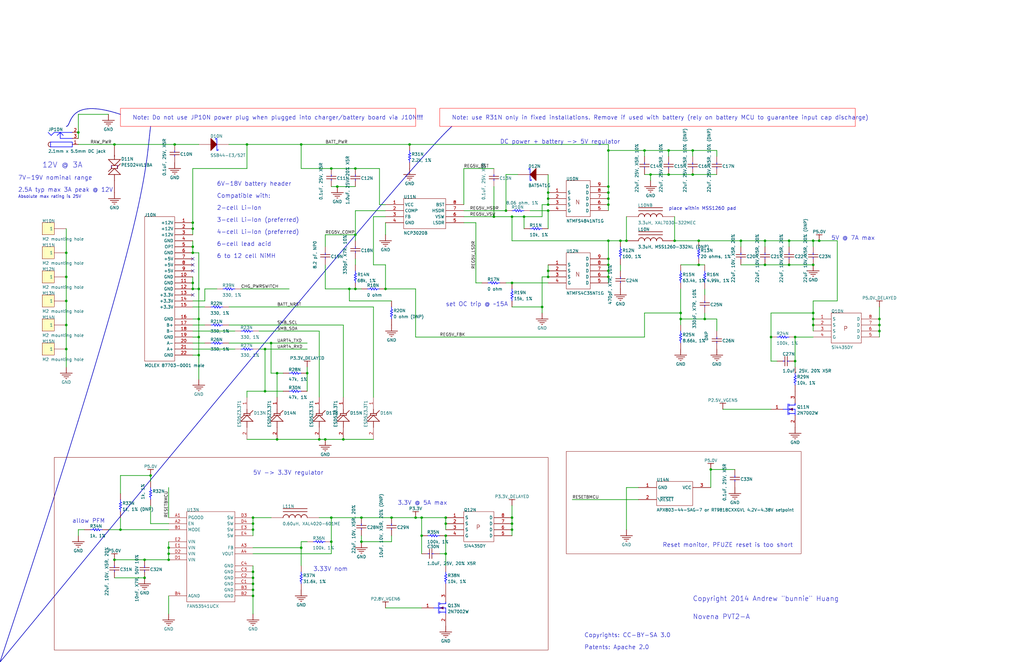
<source format=kicad_sch>
(kicad_sch (version 20230121) (generator eeschema)
  (paper "B")
  (junction (at 342.9 101.6))
  (junction (at 215.9 220.98))
  (junction (at 127 231.14))
  (junction (at 114.3 144.78))
  (junction (at 335.28 152.4))
  (junction (at 152.4 228.6))
  (junction (at 322.58 111.76))
  (junction (at 231.14 86.36))
  (junction (at 332.74 111.76))
  (junction (at 187.96 218.44))
  (junction (at 284.48 101.6))
  (junction (at 294.64 101.6))
  (junction (at 27.94 137.16))
  (junction (at 139.7 228.6))
  (junction (at 342.9 132.08))
  (junction (at 27.94 147.32))
  (junction (at 116.84 157.48))
  (junction (at 63.5 200.66))
  (junction (at 215.9 223.52))
  (junction (at 294.64 111.76))
  (junction (at 71.12 233.68))
  (junction (at 172.72 60.96))
  (junction (at 274.32 73.66))
  (junction (at 342.9 111.76))
  (junction (at 231.14 116.84))
  (junction (at 106.68 218.44))
  (junction (at 312.42 101.6))
  (junction (at 81.28 104.14))
  (junction (at 271.78 63.5))
  (junction (at 335.28 142.24))
  (junction (at 73.66 60.96))
  (junction (at 83.82 121.92))
  (junction (at 139.7 218.44))
  (junction (at 370.84 134.62))
  (junction (at 106.68 246.38))
  (junction (at 27.94 127))
  (junction (at 256.54 101.6))
  (junction (at 292.1 63.5))
  (junction (at 256.54 109.22))
  (junction (at 83.82 142.24))
  (junction (at 149.86 121.92))
  (junction (at 106.68 220.98))
  (junction (at 287.02 134.62))
  (junction (at 177.8 218.44))
  (junction (at 187.96 220.98))
  (junction (at 264.16 101.6))
  (junction (at 33.02 55.88))
  (junction (at 256.54 111.76))
  (junction (at 345.44 101.6))
  (junction (at 342.9 137.16))
  (junction (at 60.96 236.22))
  (junction (at 256.54 86.36))
  (junction (at 208.28 91.44))
  (junction (at 81.28 106.68))
  (junction (at 299.72 198.12))
  (junction (at 111.76 165.1))
  (junction (at 332.74 101.6))
  (junction (at 106.68 243.84))
  (junction (at 256.54 116.84))
  (junction (at 256.54 78.74))
  (junction (at 325.12 142.24))
  (junction (at 129.54 157.48))
  (junction (at 292.1 73.66))
  (junction (at 215.9 119.38))
  (junction (at 83.82 149.86))
  (junction (at 71.12 236.22))
  (junction (at 231.14 114.3))
  (junction (at 106.68 241.3))
  (junction (at 50.8 223.52))
  (junction (at 281.94 63.5))
  (junction (at 81.28 121.92))
  (junction (at 142.24 78.74))
  (junction (at 81.28 119.38))
  (junction (at 81.28 93.98))
  (junction (at 261.62 101.6))
  (junction (at 60.96 243.84))
  (junction (at 287.02 132.08))
  (junction (at 162.56 121.92))
  (junction (at 177.8 226.06))
  (junction (at 106.68 223.52))
  (junction (at 256.54 63.5))
  (junction (at 48.26 60.96))
  (junction (at 370.84 139.7))
  (junction (at 213.36 88.9))
  (junction (at 27.94 116.84))
  (junction (at 165.1 218.44))
  (junction (at 127 60.96))
  (junction (at 149.86 71.12))
  (junction (at 149.86 99.06))
  (junction (at 139.7 71.12))
  (junction (at 104.14 60.96))
  (junction (at 370.84 137.16))
  (junction (at 256.54 114.3))
  (junction (at 322.58 101.6))
  (junction (at 71.12 231.14))
  (junction (at 215.9 218.44))
  (junction (at 231.14 83.82))
  (junction (at 215.9 91.44))
  (junction (at 187.96 233.68))
  (junction (at 152.4 218.44))
  (junction (at 220.98 91.44))
  (junction (at 231.14 88.9))
  (junction (at 228.6 129.54))
  (junction (at 137.16 185.42))
  (junction (at 297.18 134.62))
  (junction (at 134.62 185.42))
  (junction (at 111.76 147.32))
  (junction (at 144.78 185.42))
  (junction (at 256.54 81.28))
  (junction (at 175.26 218.44))
  (junction (at 281.94 73.66))
  (junction (at 256.54 83.82))
  (junction (at 187.96 226.06))
  (junction (at 48.26 236.22))
  (junction (at 106.68 248.92))
  (junction (at 147.32 121.92))
  (junction (at 27.94 106.68))
  (junction (at 231.14 81.28))
  (junction (at 106.68 251.46))
  (junction (at 342.9 134.62))
  (junction (at 116.84 185.42))
  (junction (at 83.82 134.62))
  (junction (at 81.28 96.52))
  (no_connect (at 81.28 124.46))
  (no_connect (at 81.28 109.22))
  (no_connect (at 81.28 114.3))
  (no_connect (at 81.28 111.76))
  (polyline (pts (xy 30.564 49.266) (xy 30.2617 49.7235)) (stroke (width 0.254) (type solid)))
  (wire (pts (xy 335.28 142.24) (xy 342.9 142.24)) (stroke (width 0.254)))
  (polyline (pts (xy 137.0707 114.3348) (xy 129.8381 122.9239)) (stroke (width 0.254) (type solid)))
  (wire (pts (xy 134.62 185.42) (xy 137.16 185.42)) (stroke (width 0.254)))
  (wire (pts (xy 81.28 137.16) (xy 86.36 137.16)) (stroke (width 0.254)))
  (wire (pts (xy 83.82 149.86) (xy 83.82 160.02)) (stroke (width 0.254)))
  (wire (pts (xy 111.76 147.32) (xy 129.54 147.32)) (stroke (width 0.254)))
  (wire (pts (xy 81.28 71.12) (xy 104.14 71.12)) (stroke (width 0.254)))
  (wire (pts (xy 111.76 147.32) (xy 111.76 165.1)) (stroke (width 0.254)))
  (wire (pts (xy 177.8 256.54) (xy 162.56 256.54)) (stroke (width 0.254)))
  (wire (pts (xy 292.1 63.5) (xy 281.94 63.5)) (stroke (width 0.254)))
  (wire (pts (xy 297.18 111.76) (xy 294.64 111.76)) (stroke (width 0.254)))
  (polyline (pts (xy 62.8609 59.0697) (xy 62.6467 61.0742)) (stroke (width 0.254) (type solid)))
  (polyline (pts (xy 55.9516 97.1409) (xy 54.61 102.5525)) (stroke (width 0.254) (type solid)))
  (wire (pts (xy 160.02 71.12) (xy 160.02 86.36)) (stroke (width 0.254)))
  (wire (pts (xy 187.96 233.68) (xy 187.96 226.06)) (stroke (width 0.254)))
  (wire (pts (xy 83.82 121.92) (xy 83.82 134.62)) (stroke (width 0.254)))
  (wire (pts (xy 109.22 139.7) (xy 134.62 139.7)) (stroke (width 0.254)))
  (polyline (pts (xy 168.3357 77.6617) (xy 164.4155 82.1976)) (stroke (width 0.254) (type solid)))
  (polyline (pts (xy 16.1752 259.7706) (xy 0 279.4)) (stroke (width 0.254) (type solid)))
  (polyline (pts (xy 188.1485 55.6568) (xy 187.2932 56.5255)) (stroke (width 0.254) (type solid)))
  (wire (pts (xy 106.68 246.38) (xy 106.68 243.84)) (stroke (width 0.254)))
  (wire (pts (xy 325.12 132.08) (xy 342.9 132.08)) (stroke (width 0.254)))
  (wire (pts (xy 284.48 91.44) (xy 284.48 101.6)) (stroke (width 0.254)))
  (polyline (pts (xy 58.1511 87.6811) (xy 57.1276 92.1947)) (stroke (width 0.254) (type solid)))
  (wire (pts (xy 177.8 226.06) (xy 177.8 218.44)) (stroke (width 0.254)))
  (polyline (pts (xy 45.0152 46.6255) (xy 43.3585 46.2906)) (stroke (width 0.254) (type solid)))
  (polyline (pts (xy 29.0338 52.2183) (xy 28.8748 52.5358)) (stroke (width 0.254) (type solid)))
  (wire (pts (xy 322.58 111.76) (xy 332.74 111.76)) (stroke (width 0.254)))
  (wire (pts (xy 73.66 60.96) (xy 83.82 60.96)) (stroke (width 0.254)))
  (wire (pts (xy 162.56 93.98) (xy 162.56 99.06)) (stroke (width 0.254)))
  (wire (pts (xy 294.64 111.76) (xy 287.02 111.76)) (stroke (width 0.254)))
  (wire (pts (xy 200.66 119.38) (xy 203.2 119.38)) (stroke (width 0.254)))
  (polyline (pts (xy 121.946 132.3238) (xy 113.3637 142.5728)) (stroke (width 0.254) (type solid)))
  (wire (pts (xy 33.02 55.88) (xy 33.02 48.26)) (stroke (width 0.254)))
  (wire (pts (xy 106.68 251.46) (xy 106.68 248.92)) (stroke (width 0.254)))
  (polyline (pts (xy 63.0659 57.1345) (xy 62.8609 59.0697)) (stroke (width 0.254) (type solid)))
  (wire (pts (xy 228.6 129.54) (xy 228.6 132.08)) (stroke (width 0.254)))
  (polyline (pts (xy 83.1688 178.8015) (xy 71.5188 192.8336)) (stroke (width 0.254) (type solid)))
  (wire (pts (xy 256.54 109.22) (xy 256.54 111.76)) (stroke (width 0.254)))
  (wire (pts (xy 127 71.12) (xy 139.7 71.12)) (stroke (width 0.254)))
  (wire (pts (xy 231.14 88.9) (xy 231.14 96.52)) (stroke (width 0.254)))
  (wire (pts (xy 27.94 106.68) (xy 27.94 96.52)) (stroke (width 0.254)))
  (wire (pts (xy 228.6 116.84) (xy 228.6 129.54)) (stroke (width 0.254)))
  (wire (pts (xy 256.54 114.3) (xy 256.54 116.84)) (stroke (width 0.254)))
  (polyline (pts (xy 186.2695 57.5872) (xy 185.0468 58.8806)) (stroke (width 0.254) (type solid)))
  (wire (pts (xy 81.28 129.54) (xy 86.36 129.54)) (stroke (width 0.254)))
  (wire (pts (xy 71.12 231.14) (xy 71.12 228.6)) (stroke (width 0.254)))
  (polyline (pts (xy 57.1276 92.1947) (xy 55.9516 97.1409)) (stroke (width 0.254) (type solid)))
  (wire (pts (xy 71.12 259.08) (xy 71.12 251.46)) (stroke (width 0.254)))
  (polyline (pts (xy 28.8748 52.5358) (xy 28.7139 52.8092)) (stroke (width 0.254) (type solid)))
  (wire (pts (xy 195.58 91.44) (xy 208.28 91.44)) (stroke (width 0.254)))
  (wire (pts (xy 137.16 185.42) (xy 144.78 185.42)) (stroke (width 0.254)))
  (wire (pts (xy 81.28 116.84) (xy 81.28 119.38)) (stroke (width 0.254)))
  (wire (pts (xy 200.66 93.98) (xy 200.66 119.38)) (stroke (width 0.254)))
  (wire (pts (xy 271.78 63.5) (xy 281.94 63.5)) (stroke (width 0.254)))
  (wire (pts (xy 231.14 86.36) (xy 228.6 86.36)) (stroke (width 0.254)))
  (wire (pts (xy 33.02 48.26) (xy 45.72 48.26)) (stroke (width 0.254)))
  (polyline (pts (xy 143.6744 106.5177) (xy 137.0707 114.3348)) (stroke (width 0.254) (type solid)))
  (wire (pts (xy 297.18 134.62) (xy 302.26 134.62)) (stroke (width 0.254)))
  (wire (pts (xy 71.12 236.22) (xy 71.12 233.68)) (stroke (width 0.254)))
  (wire (pts (xy 256.54 86.36) (xy 256.54 83.82)) (stroke (width 0.254)))
  (wire (pts (xy 149.86 71.12) (xy 160.02 71.12)) (stroke (width 0.254)))
  (polyline (pts (xy 54.61 102.5525) (xy 53.0897 108.4628)) (stroke (width 0.254) (type solid)))
  (wire (pts (xy 116.84 167.64) (xy 116.84 157.48)) (stroke (width 0.254)))
  (wire (pts (xy 215.9 101.6) (xy 256.54 101.6)) (stroke (width 0.254)))
  (wire (pts (xy 50.8 218.44) (xy 50.8 223.52)) (stroke (width 0.254)))
  (polyline (pts (xy 47.3273 129.5152) (xy 44.9625 137.75)) (stroke (width 0.254) (type solid)))
  (wire (pts (xy 325.12 142.24) (xy 325.12 132.08)) (stroke (width 0.254)))
  (wire (pts (xy 302.26 134.62) (xy 302.26 139.7)) (stroke (width 0.254)))
  (polyline (pts (xy 129.8381 122.9239) (xy 121.946 132.3238)) (stroke (width 0.254) (type solid)))
  (wire (pts (xy 96.52 144.78) (xy 114.3 144.78)) (stroke (width 0.254)))
  (wire (pts (xy 297.18 134.62) (xy 287.02 134.62)) (stroke (width 0.254)))
  (wire (pts (xy 231.14 116.84) (xy 231.14 114.3)) (stroke (width 0.254)))
  (wire (pts (xy 50.8 200.66) (xy 63.5 200.66)) (stroke (width 0.254)))
  (polyline (pts (xy 29.7631 50.627) (xy 29.5557 51.0609)) (stroke (width 0.254) (type solid)))
  (wire (pts (xy 149.86 88.9) (xy 149.86 99.06)) (stroke (width 0.254)))
  (wire (pts (xy 297.18 132.08) (xy 297.18 134.62)) (stroke (width 0.254)))
  (wire (pts (xy 284.48 101.6) (xy 294.64 101.6)) (stroke (width 0.254)))
  (wire (pts (xy 81.28 93.98) (xy 81.28 71.12)) (stroke (width 0.254)))
  (wire (pts (xy 139.7 228.6) (xy 139.7 218.44)) (stroke (width 0.254)))
  (wire (pts (xy 264.16 205.74) (xy 264.16 223.52)) (stroke (width 0.254)))
  (wire (pts (xy 96.52 137.16) (xy 144.78 137.16)) (stroke (width 0.254)))
  (wire (pts (xy 256.54 81.28) (xy 256.54 78.74)) (stroke (width 0.254)))
  (wire (pts (xy 342.9 134.62) (xy 342.9 132.08)) (stroke (width 0.254)))
  (wire (pts (xy 228.6 129.54) (xy 215.9 129.54)) (stroke (width 0.254)))
  (wire (pts (xy 256.54 111.76) (xy 256.54 114.3)) (stroke (width 0.254)))
  (polyline (pts (xy 31.3025 48.3694) (xy 30.9091 48.8126)) (stroke (width 0.254) (type solid)))
  (polyline (pts (xy 42.354 146.6485) (xy 39.4887 156.2436)) (stroke (width 0.254) (type solid)))
  (wire (pts (xy 81.28 142.24) (xy 83.82 142.24)) (stroke (width 0.254)))
  (wire (pts (xy 106.68 220.98) (xy 106.68 218.44)) (stroke (width 0.254)))
  (polyline (pts (xy 29.2224 189.5395) (xy 25.2 202.2517)) (stroke (width 0.254) (type solid)))
  (wire (pts (xy 127 60.96) (xy 127 71.12)) (stroke (width 0.254)))
  (wire (pts (xy 106.68 248.92) (xy 106.68 246.38)) (stroke (width 0.254)))
  (wire (pts (xy 294.64 101.6) (xy 312.42 101.6)) (stroke (width 0.254)))
  (wire (pts (xy 137.16 104.14) (xy 137.16 99.06)) (stroke (width 0.254)))
  (wire (pts (xy 342.9 132.08) (xy 342.9 127)) (stroke (width 0.254)))
  (wire (pts (xy 281.94 63.5) (xy 281.94 66.04)) (stroke (width 0.254)))
  (wire (pts (xy 129.54 154.94) (xy 129.54 157.48)) (stroke (width 0.254)))
  (polyline (pts (xy 34.9916 46.264) (xy 34.1907 46.5188)) (stroke (width 0.254) (type solid)))
  (polyline (pts (xy 44.9625 137.75) (xy 42.354 146.6485)) (stroke (width 0.254) (type solid)))
  (polyline (pts (xy 20.8557 215.8256) (xy 16.1766 230.2944)) (stroke (width 0.254) (type solid)))
  (wire (pts (xy 157.48 129.54) (xy 157.48 167.64)) (stroke (width 0.254)))
  (wire (pts (xy 215.9 223.52) (xy 215.9 220.98)) (stroke (width 0.254)))
  (wire (pts (xy 104.14 71.12) (xy 104.14 60.96)) (stroke (width 0.254)))
  (wire (pts (xy 104.14 185.42) (xy 116.84 185.42)) (stroke (width 0.254)))
  (polyline (pts (xy 43.3585 46.2906) (xy 41.8284 46.0505)) (stroke (width 0.254) (type solid)))
  (polyline (pts (xy 32.2569 47.538) (xy 31.75 47.9425)) (stroke (width 0.254) (type solid)))
  (wire (pts (xy 274.32 73.66) (xy 281.94 73.66)) (stroke (width 0.254)))
  (wire (pts (xy 187.96 238.76) (xy 187.96 233.68)) (stroke (width 0.254)))
  (wire (pts (xy 261.62 114.3) (xy 261.62 111.76)) (stroke (width 0.254)))
  (wire (pts (xy 48.26 236.22) (xy 60.96 236.22)) (stroke (width 0.254)))
  (polyline (pts (xy 16.1766 230.2944) (xy 11.1497 245.6911)) (stroke (width 0.254) (type solid)))
  (wire (pts (xy 342.9 137.16) (xy 342.9 134.62)) (stroke (width 0.254)))
  (wire (pts (xy 332.74 111.76) (xy 342.9 111.76)) (stroke (width 0.254)))
  (wire (pts (xy 312.42 101.6) (xy 322.58 101.6)) (stroke (width 0.254)))
  (wire (pts (xy 162.56 121.92) (xy 175.26 121.92)) (stroke (width 0.254)))
  (wire (pts (xy 213.36 88.9) (xy 195.58 88.9)) (stroke (width 0.254)))
  (wire (pts (xy 274.32 73.66) (xy 274.32 76.2)) (stroke (width 0.254)))
  (wire (pts (xy 256.54 63.5) (xy 256.54 60.96)) (stroke (width 0.254)))
  (polyline (pts (xy 59.0252 207.908) (xy 45.6572 224.0632)) (stroke (width 0.254) (type solid)))
  (wire (pts (xy 106.68 223.52) (xy 106.68 220.98)) (stroke (width 0.254)))
  (wire (pts (xy 147.32 127) (xy 165.1 127)) (stroke (width 0.254)))
  (polyline (pts (xy 29.9966 50.1792) (xy 29.7631 50.627)) (stroke (width 0.254) (type solid)))
  (polyline (pts (xy 30.2617 49.7235) (xy 29.9966 50.1792)) (stroke (width 0.254) (type solid)))
  (wire (pts (xy 353.06 127) (xy 353.06 101.6)) (stroke (width 0.254)))
  (wire (pts (xy 27.94 137.16) (xy 27.94 127)) (stroke (width 0.254)))
  (polyline (pts (xy 36.8613 45.9181) (xy 35.8799 46.0617)) (stroke (width 0.254) (type solid)))
  (wire (pts (xy 144.78 137.16) (xy 144.78 167.64)) (stroke (width 0.254)))
  (wire (pts (xy 50.8 208.28) (xy 50.8 200.66)) (stroke (width 0.254)))
  (polyline (pts (xy 25.2 202.2517) (xy 20.8557 215.8256)) (stroke (width 0.254) (type solid)))
  (wire (pts (xy 50.8 223.52) (xy 45.72 223.52)) (stroke (width 0.254)))
  (wire (pts (xy 261.62 101.6) (xy 256.54 101.6)) (stroke (width 0.254)))
  (wire (pts (xy 152.4 121.92) (xy 149.86 121.92)) (stroke (width 0.254)))
  (wire (pts (xy 322.58 104.14) (xy 322.58 101.6)) (stroke (width 0.254)))
  (wire (pts (xy 215.9 119.38) (xy 231.14 119.38)) (stroke (width 0.254)))
  (wire (pts (xy 287.02 132.08) (xy 287.02 134.62)) (stroke (width 0.254)))
  (wire (pts (xy 215.9 91.44) (xy 215.9 101.6)) (stroke (width 0.254)))
  (polyline (pts (xy 179.8773 64.5363) (xy 177.5514 67.1421)) (stroke (width 0.254) (type solid)))
  (polyline (pts (xy 29.1966 51.8625) (xy 29.0338 52.2183)) (stroke (width 0.254) (type solid)))
  (wire (pts (xy 256.54 101.6) (xy 256.54 109.22)) (stroke (width 0.254)))
  (wire (pts (xy 213.36 73.66) (xy 213.36 88.9)) (stroke (width 0.254)))
  (wire (pts (xy 83.82 142.24) (xy 83.82 149.86)) (stroke (width 0.254)))
  (wire (pts (xy 63.5 220.98) (xy 71.12 220.98)) (stroke (width 0.254)))
  (wire (pts (xy 335.28 152.4) (xy 335.28 142.24)) (stroke (width 0.254)))
  (wire (pts (xy 322.58 101.6) (xy 332.74 101.6)) (stroke (width 0.254)))
  (polyline (pts (xy 28.1641 53.3039) (xy 27.94 53.34)) (stroke (width 0.254) (type solid)))
  (polyline (pts (xy 60.9801 73.2916) (xy 60.4366 76.4053)) (stroke (width 0.254) (type solid)))
  (wire (pts (xy 342.9 101.6) (xy 342.9 104.14)) (stroke (width 0.254)))
  (wire (pts (xy 220.98 96.52) (xy 220.98 91.44)) (stroke (width 0.254)))
  (wire (pts (xy 81.28 99.06) (xy 81.28 96.52)) (stroke (width 0.254)))
  (wire (pts (xy 104.14 167.64) (xy 104.14 165.1)) (stroke (width 0.254)))
  (polyline (pts (xy 31.3841 241.3379) (xy 16.1752 259.7706)) (stroke (width 0.254) (type solid)))
  (polyline (pts (xy 183.5943 60.4441) (xy 181.8814 62.3165)) (stroke (width 0.254) (type solid)))
  (wire (pts (xy 269.24 205.74) (xy 264.16 205.74)) (stroke (width 0.254)))
  (wire (pts (xy 71.12 223.52) (xy 50.8 223.52)) (stroke (width 0.254)))
  (polyline (pts (xy 160.02 87.3125) (xy 155.1184 93.0451)) (stroke (width 0.254) (type solid)))
  (wire (pts (xy 149.86 109.22) (xy 149.86 111.76)) (stroke (width 0.254)))
  (wire (pts (xy 256.54 83.82) (xy 256.54 81.28)) (stroke (width 0.254)))
  (wire (pts (xy 96.52 129.54) (xy 157.48 129.54)) (stroke (width 0.254)))
  (wire (pts (xy 228.6 86.36) (xy 228.6 91.44)) (stroke (width 0.254)))
  (polyline (pts (xy 171.8113 73.6662) (xy 168.3357 77.6617)) (stroke (width 0.254) (type solid)))
  (wire (pts (xy 81.28 121.92) (xy 83.82 121.92)) (stroke (width 0.254)))
  (wire (pts (xy 129.54 228.6) (xy 127 228.6)) (stroke (width 0.254)))
  (polyline (pts (xy 51.3779 114.9047) (xy 49.4614 121.9111)) (stroke (width 0.254) (type solid)))
  (wire (pts (xy 104.14 60.96) (xy 127 60.96)) (stroke (width 0.254)))
  (wire (pts (xy 177.8 218.44) (xy 175.26 218.44)) (stroke (width 0.254)))
  (wire (pts (xy 269.24 210.82) (xy 241.3 210.82)) (stroke (width 0.254)))
  (wire (pts (xy 86.36 127) (xy 86.36 121.92)) (stroke (width 0.254)))
  (wire (pts (xy 175.26 142.24) (xy 271.78 142.24)) (stroke (width 0.254)))
  (polyline (pts (xy 33.4717 46.8201) (xy 32.829 47.1618)) (stroke (width 0.254) (type solid)))
  (wire (pts (xy 96.52 60.96) (xy 104.14 60.96)) (stroke (width 0.254)))
  (wire (pts (xy 81.28 147.32) (xy 99.06 147.32)) (stroke (width 0.254)))
  (wire (pts (xy 48.26 60.96) (xy 73.66 60.96)) (stroke (width 0.254)))
  (wire (pts (xy 271.78 73.66) (xy 274.32 73.66)) (stroke (width 0.254)))
  (wire (pts (xy 139.7 218.44) (xy 134.62 218.44)) (stroke (width 0.254)))
  (wire (pts (xy 63.5 200.66) (xy 63.5 203.2)) (stroke (width 0.254)))
  (wire (pts (xy 299.72 198.12) (xy 309.88 198.12)) (stroke (width 0.254)))
  (wire (pts (xy 139.7 78.74) (xy 142.24 78.74)) (stroke (width 0.254)))
  (wire (pts (xy 264.16 101.6) (xy 261.62 101.6)) (stroke (width 0.254)))
  (wire (pts (xy 345.44 101.6) (xy 342.9 101.6)) (stroke (width 0.254)))
  (wire (pts (xy 114.3 144.78) (xy 114.3 157.48)) (stroke (width 0.254)))
  (wire (pts (xy 106.68 233.68) (xy 139.7 233.68)) (stroke (width 0.254)))
  (wire (pts (xy 81.28 104.14) (xy 81.28 106.68)) (stroke (width 0.254)))
  (wire (pts (xy 177.8 233.68) (xy 177.8 226.06)) (stroke (width 0.254)))
  (polyline (pts (xy 63.2745 55.2357) (xy 63.0659 57.1345)) (stroke (width 0.254) (type solid)))
  (wire (pts (xy 231.14 86.36) (xy 231.14 83.82)) (stroke (width 0.254)))
  (wire (pts (xy 114.3 157.48) (xy 116.84 157.48)) (stroke (width 0.254)))
  (polyline (pts (xy 190.5 53.34) (xy 190.0111 53.8227)) (stroke (width 0.254) (type solid)))
  (wire (pts (xy 86.36 121.92) (xy 91.44 121.92)) (stroke (width 0.254)))
  (wire (pts (xy 342.9 127) (xy 353.06 127)) (stroke (width 0.254)))
  (wire (pts (xy 33.02 60.96) (xy 48.26 60.96)) (stroke (width 0.254)))
  (wire (pts (xy 302.26 63.5) (xy 292.1 63.5)) (stroke (width 0.254)))
  (wire (pts (xy 187.96 223.52) (xy 187.96 220.98)) (stroke (width 0.254)))
  (wire (pts (xy 271.78 142.24) (xy 271.78 132.08)) (stroke (width 0.254)))
  (polyline (pts (xy 36.3537 166.5685) (xy 32.9359 177.6561)) (stroke (width 0.254) (type solid)))
  (wire (pts (xy 101.6 121.92) (xy 121.92 121.92)) (stroke (width 0.254)))
  (wire (pts (xy 292.1 73.66) (xy 302.26 73.66)) (stroke (width 0.254)))
  (polyline (pts (xy 5.7618 262.0486) (xy 0 279.4)) (stroke (width 0.254) (type solid)))
  (wire (pts (xy 60.96 236.22) (xy 71.12 236.22)) (stroke (width 0.254)))
  (wire (pts (xy 325.12 152.4) (xy 325.12 142.24)) (stroke (width 0.254)))
  (wire (pts (xy 292.1 66.04) (xy 292.1 63.5)) (stroke (width 0.254)))
  (wire (pts (xy 116.84 185.42) (xy 134.62 185.42)) (stroke (width 0.254)))
  (polyline (pts (xy 32.9359 177.6561) (xy 29.2224 189.5395)) (stroke (width 0.254) (type solid)))
  (wire (pts (xy 287.02 134.62) (xy 287.02 137.16)) (stroke (width 0.254)))
  (wire (pts (xy 195.58 71.12) (xy 208.28 71.12)) (stroke (width 0.254)))
  (wire (pts (xy 281.94 73.66) (xy 292.1 73.66)) (stroke (width 0.254)))
  (wire (pts (xy 370.84 142.24) (xy 370.84 139.7)) (stroke (width 0.254)))
  (wire (pts (xy 160.02 86.36) (xy 162.56 86.36)) (stroke (width 0.254)))
  (wire (pts (xy 215.9 218.44) (xy 215.9 213.36)) (stroke (width 0.254)))
  (polyline (pts (xy 41.8284 46.0505) (xy 40.4192 45.8993)) (stroke (width 0.254) (type solid)))
  (polyline (pts (xy 50.8 48.26) (xy 48.7303 47.6042)) (stroke (width 0.254) (type solid)))
  (polyline (pts (xy 164.4155 82.1976) (xy 160.02 87.3125)) (stroke (width 0.254) (type solid)))
  (wire (pts (xy 332.74 104.14) (xy 332.74 101.6)) (stroke (width 0.254)))
  (polyline (pts (xy 71.5188 192.8336) (xy 59.0252 207.908)) (stroke (width 0.254) (type solid)))
  (wire (pts (xy 81.28 139.7) (xy 99.06 139.7)) (stroke (width 0.254)))
  (wire (pts (xy 33.02 58.42) (xy 33.02 55.88)) (stroke (width 0.254)))
  (polyline (pts (xy 40.4192 45.8993) (xy 39.1253 45.8308)) (stroke (width 0.254) (type solid)))
  (wire (pts (xy 106.68 226.06) (xy 106.68 223.52)) (stroke (width 0.254)))
  (wire (pts (xy 157.48 111.76) (xy 162.56 111.76)) (stroke (width 0.254)))
  (wire (pts (xy 256.54 63.5) (xy 271.78 63.5)) (stroke (width 0.254)))
  (wire (pts (xy 213.36 119.38) (xy 215.9 119.38)) (stroke (width 0.254)))
  (wire (pts (xy 162.56 91.44) (xy 157.48 91.44)) (stroke (width 0.254)))
  (wire (pts (xy 353.06 101.6) (xy 345.44 101.6)) (stroke (width 0.254)))
  (wire (pts (xy 215.9 220.98) (xy 215.9 218.44)) (stroke (width 0.254)))
  (wire (pts (xy 223.52 88.9) (xy 231.14 88.9)) (stroke (width 0.254)))
  (wire (pts (xy 127 228.6) (xy 127 231.14)) (stroke (width 0.254)))
  (wire (pts (xy 165.1 228.6) (xy 152.4 228.6)) (stroke (width 0.254)))
  (wire (pts (xy 111.76 165.1) (xy 119.38 165.1)) (stroke (width 0.254)))
  (wire (pts (xy 144.78 185.42) (xy 157.48 185.42)) (stroke (width 0.254)))
  (polyline (pts (xy 62.1382 65.423) (xy 61.8179 67.8335)) (stroke (width 0.254) (type solid)))
  (wire (pts (xy 81.28 144.78) (xy 86.36 144.78)) (stroke (width 0.254)))
  (wire (pts (xy 33.02 226.06) (xy 33.02 223.52)) (stroke (width 0.254)))
  (wire (pts (xy 172.72 60.96) (xy 127 60.96)) (stroke (width 0.254)))
  (wire (pts (xy 147.32 121.92) (xy 147.32 127)) (stroke (width 0.254)))
  (wire (pts (xy 152.4 228.6) (xy 152.4 226.06)) (stroke (width 0.254)))
  (wire (pts (xy 106.68 218.44) (xy 114.3 218.44)) (stroke (width 0.254)))
  (polyline (pts (xy 62.6467 61.0742) (xy 62.4101 63.1809)) (stroke (width 0.254) (type solid)))
  (wire (pts (xy 215.9 91.44) (xy 208.28 91.44)) (stroke (width 0.254)))
  (wire (pts (xy 127 231.14) (xy 127 238.76)) (stroke (width 0.254)))
  (wire (pts (xy 149.86 121.92) (xy 147.32 121.92)) (stroke (width 0.254)))
  (polyline (pts (xy 181.8814 62.3165) (xy 179.8773 64.5363)) (stroke (width 0.254) (type solid)))
  (wire (pts (xy 215.9 226.06) (xy 215.9 223.52)) (stroke (width 0.254)))
  (wire (pts (xy 370.84 139.7) (xy 370.84 137.16)) (stroke (width 0.254)))
  (wire (pts (xy 83.82 106.68) (xy 83.82 121.92)) (stroke (width 0.254)))
  (wire (pts (xy 325.12 172.72) (xy 304.8 172.72)) (stroke (width 0.254)))
  (wire (pts (xy 256.54 88.9) (xy 256.54 86.36)) (stroke (width 0.254)))
  (wire (pts (xy 106.68 243.84) (xy 106.68 241.3)) (stroke (width 0.254)))
  (polyline (pts (xy 63.5 53.34) (xy 63.2745 55.2357)) (stroke (width 0.254) (type solid)))
  (wire (pts (xy 312.42 111.76) (xy 322.58 111.76)) (stroke (width 0.254)))
  (wire (pts (xy 256.54 60.96) (xy 172.72 60.96)) (stroke (width 0.254)))
  (wire (pts (xy 27.94 116.84) (xy 27.94 106.68)) (stroke (width 0.254)))
  (polyline (pts (xy 30.9091 48.8126) (xy 30.564 49.266)) (stroke (width 0.254) (type solid)))
  (polyline (pts (xy 149.6801 99.434) (xy 143.6744 106.5177)) (stroke (width 0.254) (type solid)))
  (wire (pts (xy 231.14 81.28) (xy 231.14 73.66)) (stroke (width 0.254)))
  (polyline (pts (xy 174.873 70.1725) (xy 171.8113 73.6662)) (stroke (width 0.254) (type solid)))
  (wire (pts (xy 129.54 157.48) (xy 129.54 165.1)) (stroke (width 0.254)))
  (polyline (pts (xy 32.829 47.1618) (xy 32.2569 47.538)) (stroke (width 0.254) (type solid)))
  (polyline (pts (xy 31.75 47.9425) (xy 31.3025 48.3694)) (stroke (width 0.254) (type solid)))
  (wire (pts (xy 149.86 99.06) (xy 149.86 101.6)) (stroke (width 0.254)))
  (wire (pts (xy 81.28 127) (xy 86.36 127)) (stroke (width 0.254)))
  (wire (pts (xy 342.9 139.7) (xy 342.9 137.16)) (stroke (width 0.254)))
  (polyline (pts (xy 29.3687 51.4747) (xy 29.1966 51.8625)) (stroke (width 0.254) (type solid)))
  (wire (pts (xy 137.16 99.06) (xy 149.86 99.06)) (stroke (width 0.254)))
  (polyline (pts (xy 39.1253 45.8308) (xy 37.9412 45.8391)) (stroke (width 0.254) (type solid)))
  (wire (pts (xy 114.3 144.78) (xy 129.54 144.78)) (stroke (width 0.254)))
  (wire (pts (xy 370.84 134.62) (xy 370.84 129.54)) (stroke (width 0.254)))
  (wire (pts (xy 162.56 88.9) (xy 149.86 88.9)) (stroke (width 0.254)))
  (wire (pts (xy 370.84 137.16) (xy 370.84 134.62)) (stroke (width 0.254)))
  (polyline (pts (xy 61.8179 67.8335) (xy 61.4362 70.4454)) (stroke (width 0.254) (type solid)))
  (polyline (pts (xy 53.0897 108.4628) (xy 51.3779 114.9047)) (stroke (width 0.254) (type solid)))
  (wire (pts (xy 299.72 205.74) (xy 299.72 198.12)) (stroke (width 0.254)))
  (polyline (pts (xy 187.2932 56.5255) (xy 186.2695 57.5872)) (stroke (width 0.254) (type solid)))
  (wire (pts (xy 332.74 101.6) (xy 342.9 101.6)) (stroke (width 0.254)))
  (polyline (pts (xy 29.5557 51.0609) (xy 29.3687 51.4747)) (stroke (width 0.254) (type solid)))
  (wire (pts (xy 137.16 121.92) (xy 137.16 111.76)) (stroke (width 0.254)))
  (polyline (pts (xy 34.1907 46.5188) (xy 33.4717 46.8201)) (stroke (width 0.254) (type solid)))
  (wire (pts (xy 71.12 233.68) (xy 71.12 231.14)) (stroke (width 0.254)))
  (wire (pts (xy 185.42 233.68) (xy 187.96 233.68)) (stroke (width 0.254)))
  (wire (pts (xy 83.82 134.62) (xy 83.82 142.24)) (stroke (width 0.254)))
  (wire (pts (xy 312.42 104.14) (xy 312.42 101.6)) (stroke (width 0.254)))
  (wire (pts (xy 139.7 233.68) (xy 139.7 228.6)) (stroke (width 0.254)))
  (wire (pts (xy 165.1 226.06) (xy 165.1 228.6)) (stroke (width 0.254)))
  (polyline (pts (xy 39.4887 156.2436) (xy 36.3537 166.5685)) (stroke (width 0.254) (type solid)))
  (polyline (pts (xy 59.7926 79.8194) (xy 59.0351 83.567)) (stroke (width 0.254) (type solid)))
  (polyline (pts (xy 188.8661 54.9425) (xy 188.1485 55.6568)) (stroke (width 0.254) (type solid)))
  (wire (pts (xy 165.1 218.44) (xy 152.4 218.44)) (stroke (width 0.254)))
  (wire (pts (xy 228.6 91.44) (xy 220.98 91.44)) (stroke (width 0.254)))
  (wire (pts (xy 106.68 241.3) (xy 106.68 238.76)) (stroke (width 0.254)))
  (wire (pts (xy 157.48 91.44) (xy 157.48 111.76)) (stroke (width 0.254)))
  (polyline (pts (xy 46.8039 47.0614) (xy 45.0152 46.6255)) (stroke (width 0.254) (type solid)))
  (wire (pts (xy 81.28 96.52) (xy 81.28 93.98)) (stroke (width 0.254)))
  (wire (pts (xy 104.14 165.1) (xy 111.76 165.1)) (stroke (width 0.254)))
  (polyline (pts (xy 62.4101 63.1809) (xy 62.1382 65.423)) (stroke (width 0.254) (type solid)))
  (polyline (pts (xy 113.3637 142.5728) (xy 104.0606 153.7097)) (stroke (width 0.254) (type solid)))
  (wire (pts (xy 27.94 147.32) (xy 27.94 137.16)) (stroke (width 0.254)))
  (polyline (pts (xy 189.4768 54.344) (xy 188.8661 54.9425)) (stroke (width 0.254) (type solid)))
  (wire (pts (xy 33.02 223.52) (xy 35.56 223.52)) (stroke (width 0.254)))
  (wire (pts (xy 271.78 66.04) (xy 271.78 63.5)) (stroke (width 0.254)))
  (polyline (pts (xy 37.9412 45.8391) (xy 36.8613 45.9181)) (stroke (width 0.254) (type solid)))
  (wire (pts (xy 231.14 83.82) (xy 231.14 81.28)) (stroke (width 0.254)))
  (polyline (pts (xy 48.7303 47.6042) (xy 46.8039 47.0614)) (stroke (width 0.254) (type solid)))
  (wire (pts (xy 218.44 73.66) (xy 213.36 73.66)) (stroke (width 0.254)))
  (wire (pts (xy 175.26 121.92) (xy 175.26 142.24)) (stroke (width 0.254)))
  (wire (pts (xy 162.56 111.76) (xy 162.56 121.92)) (stroke (width 0.254)))
  (wire (pts (xy 127 231.14) (xy 106.68 231.14)) (stroke (width 0.254)))
  (wire (pts (xy 327.66 152.4) (xy 325.12 152.4)) (stroke (width 0.254)))
  (wire (pts (xy 297.18 121.92) (xy 297.18 124.46)) (stroke (width 0.254)))
  (polyline (pts (xy 49.4614 121.9111) (xy 47.3273 129.5152)) (stroke (width 0.254) (type solid)))
  (wire (pts (xy 81.28 119.38) (xy 81.28 121.92)) (stroke (width 0.254)))
  (wire (pts (xy 106.68 259.08) (xy 106.68 251.46)) (stroke (width 0.254)))
  (polyline (pts (xy 60.4366 76.4053) (xy 59.7926 79.8194)) (stroke (width 0.254) (type solid)))
  (wire (pts (xy 208.28 91.44) (xy 208.28 78.74)) (stroke (width 0.254)))
  (wire (pts (xy 63.5 213.36) (xy 63.5 220.98)) (stroke (width 0.254)))
  (wire (pts (xy 116.84 157.48) (xy 119.38 157.48)) (stroke (width 0.254)))
  (wire (pts (xy 71.12 218.44) (xy 71.12 205.74)) (stroke (width 0.254)))
  (wire (pts (xy 81.28 134.62) (xy 83.82 134.62)) (stroke (width 0.254)))
  (polyline (pts (xy 190.0111 53.8227) (xy 189.4768 54.344)) (stroke (width 0.254) (type solid)))
  (polyline (pts (xy 28.3641 53.1993) (xy 28.1641 53.3039)) (stroke (width 0.254) (type solid)))
  (wire (pts (xy 335.28 152.4) (xy 335.28 154.94)) (stroke (width 0.254)))
  (wire (pts (xy 60.96 243.84) (xy 48.26 243.84)) (stroke (width 0.254)))
  (wire (pts (xy 271.78 132.08) (xy 287.02 132.08)) (stroke (width 0.254)))
  (wire (pts (xy 139.7 71.12) (xy 149.86 71.12)) (stroke (width 0.254)))
  (wire (pts (xy 142.24 78.74) (xy 149.86 78.74)) (stroke (width 0.254)))
  (wire (pts (xy 195.58 93.98) (xy 200.66 93.98)) (stroke (width 0.254)))
  (wire (pts (xy 81.28 106.68) (xy 83.82 106.68)) (stroke (width 0.254)))
  (wire (pts (xy 109.22 147.32) (xy 111.76 147.32)) (stroke (width 0.254)))
  (wire (pts (xy 287.02 121.92) (xy 287.02 132.08)) (stroke (width 0.254)))
  (wire (pts (xy 152.4 218.44) (xy 139.7 218.44)) (stroke (width 0.254)))
  (polyline (pts (xy 11.1497 245.6911) (xy 5.7618 262.0486)) (stroke (width 0.254) (type solid)))
  (wire (pts (xy 302.26 66.04) (xy 302.26 63.5)) (stroke (width 0.254)))
  (polyline (pts (xy 59.0351 83.567) (xy 58.1511 87.6811)) (stroke (width 0.254) (type solid)))
  (wire (pts (xy 134.62 139.7) (xy 134.62 167.64)) (stroke (width 0.254)))
  (wire (pts (xy 81.28 101.6) (xy 81.28 104.14)) (stroke (width 0.254)))
  (polyline (pts (xy 61.4362 70.4454) (xy 60.9801 73.2916)) (stroke (width 0.254) (type solid)))
  (polyline (pts (xy 177.5514 67.1421) (xy 174.873 70.1725)) (stroke (width 0.254) (type solid)))
  (wire (pts (xy 256.54 116.84) (xy 256.54 119.38)) (stroke (width 0.254)))
  (wire (pts (xy 27.94 127) (xy 27.94 116.84)) (stroke (width 0.254)))
  (polyline (pts (xy 28.7139 52.8092) (xy 28.5455 53.0324)) (stroke (width 0.254) (type solid)))
  (wire (pts (xy 27.94 154.94) (xy 27.94 147.32)) (stroke (width 0.254)))
  (wire (pts (xy 187.96 220.98) (xy 187.96 218.44)) (stroke (width 0.254)))
  (polyline (pts (xy 94.0058 165.7731) (xy 83.1688 178.8015)) (stroke (width 0.254) (type solid)))
  (polyline (pts (xy 155.1184 93.0451) (xy 149.6801 99.434)) (stroke (width 0.254) (type solid)))
  (wire (pts (xy 264.16 91.44) (xy 264.16 101.6)) (stroke (width 0.254)))
  (polyline (pts (xy 104.0606 153.7097) (xy 94.0058 165.7731)) (stroke (width 0.254) (type solid)))
  (wire (pts (xy 175.26 218.44) (xy 165.1 218.44)) (stroke (width 0.254)))
  (wire (pts (xy 195.58 86.36) (xy 195.58 71.12)) (stroke (width 0.254)))
  (wire (pts (xy 220.98 91.44) (xy 215.9 91.44)) (stroke (width 0.254)))
  (polyline (pts (xy 35.8799 46.0617) (xy 34.9916 46.264)) (stroke (width 0.254) (type solid)))
  (polyline (pts (xy 45.6572 224.0632) (xy 31.3841 241.3379)) (stroke (width 0.254) (type solid)))
  (wire (pts (xy 256.54 78.74) (xy 256.54 63.5)) (stroke (width 0.254)))
  (wire (pts (xy 187.96 218.44) (xy 177.8 218.44)) (stroke (width 0.254)))
  (wire (pts (xy 81.28 149.86) (xy 83.82 149.86)) (stroke (width 0.254)))
  (wire (pts (xy 231.14 114.3) (xy 231.14 111.76)) (stroke (width 0.254)))
  (wire (pts (xy 147.32 121.92) (xy 137.16 121.92)) (stroke (width 0.254)))
  (polyline (pts (xy 185.0468 58.8806) (xy 183.5943 60.4441)) (stroke (width 0.254) (type solid)))
  (polyline (pts (xy 28.5455 53.0324) (xy 28.3641 53.1993)) (stroke (width 0.254) (type solid)))
  (wire (pts (xy 231.14 116.84) (xy 228.6 116.84)) (stroke (width 0.254)))
  (rectangle (start 360.68 45.72) (end 185.42 53.34) (stroke (width 0) (color 255 0 0 1)))
  (rectangle (start 337.82 190.5) (end 238.76 233.68) (stroke (width 0) (color 128 0 0 1)))
  (rectangle (start 175.26 45.72) (end 50.8 53.34) (stroke (width 0) (color 255 0 0 1)))
  (rectangle (start 231.14 193.04) (end 22.86 274.32) (stroke (width 0) (color 128 0 0 1)))
  (text "3.3V @ 5A max" (at 167.64 213.36 0) (effects (font (size 1.778 1.778)) (justify left bottom)))
  (text "3.33V nom" (at 132.08 241.3 0) (effects (font (size 1.778 1.778)) (justify left bottom)))
  (text "Absolute max rating is 25V" (at 7.62 83.82 0) (effects (font (size 1.27 1.27)) (justify left bottom)))
  (text "set OC trip @ ~15A" (at 187.96 129.54 0) (effects (font (size 1.778 1.778)) (justify left bottom)))
  (text "5V @ 7A max" (at 350.52 101.6 0) (effects (font (size 1.778 1.778)) (justify left bottom)))
  (text "6V-18V battery header" (at 91.44 78.74 0) (effects (font (size 1.778 1.778)) (justify left bottom)))
  (text "Copyrights: CC-BY-SA 3.0" (at 246.38 269.24 0) (effects (font (size 1.778 1.778)) (justify left bottom)))
  (text "Note: use R31N only in fixed installations. Remove if used with battery (rely on battery MCU to guarantee input cap discharge)" (at 190.5 50.8 0) (effects (font (size 1.778 1.778)) (justify left bottom)))
  (text "Reset monitor, PFUZE reset is too short" (at 279.4 231.14 0) (effects (font (size 1.778 1.778)) (justify left bottom)))
  (text "6-cell lead acid" (at 91.44 104.14 0) (effects (font (size 1.778 1.778)) (justify left bottom)))
  (text "2-cell Li-Ion" (at 91.44 88.9 0) (effects (font (size 1.778 1.778)) (justify left bottom)))
  (text "place within MSS1260 pad" (at 281.94 88.9 0) (effects (font (size 1.397 1.397)) (justify left bottom)))
  (text "Copyright 2014 Andrew \"bunnie\" Huang" (at 292.1 254 0) (effects (font (size 2.032 2.032)) (justify left bottom)))
  (text "Compatible with:" (at 91.44 83.82 0) (effects (font (size 1.778 1.778)) (justify left bottom)))
  (text "6 to 12 cell NiMH" (at 91.44 109.22 0) (effects (font (size 1.778 1.778)) (justify left bottom)))
  (text "DC power + battery -> 5V regulator" (at 210.82 60.96 0) (effects (font (size 1.778 1.778)) (justify left bottom)))
  (text "3-cell Li-Ion (preferred)" (at 91.44 93.98 0) (effects (font (size 1.778 1.778)) (justify left bottom)))
  (text "7V-19V nominal range" (at 7.62 76.2 0) (effects (font (size 1.778 1.778)) (justify left bottom)))
  (text "5V -> 3.3V regulator" (at 106.68 200.66 0) (effects (font (size 1.778 1.778)) (justify left bottom)))
  (text "Note: Do not use JP10N power plug when plugged into charger/battery board via J10N!!!" (at 55.88 50.8 0) (effects (font (size 1.778 1.778)) (justify left bottom)))
  (text "Novena PVT2-A" (at 292.1 261.62 0) (effects (font (size 2.032 2.032)) (justify left bottom)))
  (text "4-cell Li-Ion (preferred)" (at 91.44 99.06 0) (effects (font (size 1.778 1.778)) (justify left bottom)))
  (text "Patents: Apache 2.0" (at 246.38 274.32 0) (effects (font (size 1.778 1.778)) (justify left bottom)))
  (text "12V @ 3A" (at 17.78 71.12 0) (effects (font (size 2.286 2.286)) (justify left bottom)))
  (text "allow PFM" (at 30.48 220.98 0) (effects (font (size 1.778 1.778)) (justify left bottom)))
  (text "2.5A typ max 3A peak @ 12V" (at 7.62 81.28 0) (effects (font (size 1.778 1.778)) (justify left bottom)))
  (label "UART4_RXD" (at 116.84 147.32 0))
  (label "REG5V_HSDR" (at 198.12 88.9 0))
  (label "REG5V_FBK" (at 185.42 142.24 0))
  (label "BATT_NRST" (at 116.84 129.54 0))
  (label "REG5V_VSW" (at 198.12 91.44 0))
  (label "RAW_PWR" (at 38.1 60.96 0))
  (label "REG5V_BST" (at 195.58 71.12 0))
  (label "BATT_PWR" (at 137.16 60.96 0))
  (label "CHG_PWRSWITCH" (at 101.6 121.92 0))
  (label "SMB_SDA" (at 116.84 139.7 0))
  (label "RESETBMCU" (at 241.3 210.82 0))
  (label "UART4_TXD" (at 116.84 144.78 0))
  (label "REG5V_COMP" (at 137.16 99.06 0))
  (label "RESETBMCU" (at 71.12 218.44 90))
  (label "SMB_SCL" (at 116.84 137.16 0))
  (label "REG5V_LSDR" (at 200.66 101.6 270))
  (symbol (lib_id "novena_pvt2_KiCAD-altium-import:05pwr_input_3_Cap Semi") (at 299.72 127 0) (unit 1)
    (property "Reference" "C25N" (at 299.466 129.286 0) (effects (justify left bottom)))
    (property "Value" "330pF, X7R, 10%" (at 292.1 121.92 90) (effects (justify right top)))
    (property "Footprint" "CAPC1005N" (effects hide))
    (property "PUBLISHED" "8-Jun-2000" (effects hide))
    (property "LATESTREVISIONDATE" "17-Jul-2002" (effects hide))
    (property "LATESTREVISIONNOTE" "Re-released for DXP Platform." (effects hide))
    (property "PACKAGEREFERENCE" "C1206" (effects hide))
    (property "PUBLISHER" "Altium Limited" (effects hide))
  )
  (symbol (lib_id "novena_pvt2_KiCAD-altium-import:GND") (at 165.1 137.16 0) (unit 1)
    (property "Reference" "#PWR?" (effects hide))
    (property "Value" "GND" (at 165.1 143.51 0))
  )
  (symbol (lib_id "novena_pvt2_KiCAD-altium-import:05pwr_input_1_Tranzorb") (at 132.08 180.34 0) (unit 1)
    (property "Reference" "D17N" (at 137.414 175.006 0) (effects (justify left bottom)))
    (property "Value" "ESD5Z3.3T1" (at 132.08 180.34 90) (effects (justify left bottom)))
    (property "Footprint" "SOD-523" (effects hide))
    (property "PUBLISHED" "24-Mar-1999" (effects hide))
    (property "LATESTREVISIONDATE" "17-Jul-2002" (effects hide))
    (property "LATESTREVISIONNOTE" "Re-released for DXP Platform." (effects hide))
    (property "PACKAGEREFERENCE" "DO-7" (effects hide))
    (property "PUBLISHER" "Altium Limited" (effects hide))
  )
  (symbol (lib_id "novena_pvt2_KiCAD-altium-import:GND") (at 342.9 111.76 0) (unit 1)
    (property "Reference" "#PWR?" (effects hide))
    (property "Value" "GND" (at 342.9 118.11 0))
  )
  (symbol (lib_id "novena_pvt2_KiCAD-altium-import:05pwr_input_0_NTMFS4841N") (at 238.76 81.28 0) (unit 1)
    (property "Reference" "U10N" (at 238.76 76.2 0) (effects (justify left bottom)))
    (property "Value" "NTMFS4841NT1G" (at 238.76 93.98 0) (effects (justify left bottom)))
    (property "Footprint" "ONSEMI_DFN5_5x6_1.27P" (effects hide))
  )
  (symbol (lib_id "novena_pvt2_KiCAD-altium-import:05pwr_input_2_CON1") (at 22.86 99.06 0) (unit 1)
    (property "Reference" "M10N" (at 17.78 93.98 0) (effects (justify left bottom)))
    (property "Value" "M2 mounting hole" (at 17.78 101.6 0) (effects (justify left bottom)))
    (property "Footprint" "HOLE_M2_MOUNT" (effects hide))
  )
  (symbol (lib_id "novena_pvt2_KiCAD-altium-import:05pwr_input_0_Res1") (at 215.9 86.36 0) (unit 1)
    (property "Reference" "R10N" (at 215.646 88.138 0) (effects (justify left bottom)))
    (property "Value" "8.06 ohm, 1%" (at 213.36 86.36 0) (effects (justify left bottom)))
    (property "Footprint" "RESC1005N" (effects hide))
    (property "PUBLISHED" "8-Jun-2000" (effects hide))
    (property "LATESTREVISIONDATE" "17-Jul-2002" (effects hide))
    (property "LATESTREVISIONNOTE" "Re-released for DXP Platform." (effects hide))
    (property "PACKAGEREFERENCE" "AXIAL-0.3" (effects hide))
    (property "PUBLISHER" "Altium Limited" (effects hide))
    (property "ALTIUM_VALUE" "100k" (effects hide))
  )
  (symbol (lib_id "novena_pvt2_KiCAD-altium-import:GND") (at 172.72 71.12 0) (unit 1)
    (property "Reference" "#PWR?" (effects hide))
    (property "Value" "GND" (at 172.72 77.47 0))
  )
  (symbol (lib_id "novena_pvt2_KiCAD-altium-import:05pwr_input_0_Cap Semi") (at 180.34 231.14 0) (unit 1)
    (property "Reference" "C30N" (at 180.086 231.394 0) (effects (justify left bottom)))
    (property "Value" "1.0uF, 25V, 20% X5R" (at 180.086 238.506 0) (effects (justify left bottom)))
    (property "Footprint" "CAPC1608N" (effects hide))
    (property "PUBLISHED" "8-Jun-2000" (effects hide))
    (property "LATESTREVISIONDATE" "17-Jul-2002" (effects hide))
    (property "LATESTREVISIONNOTE" "Re-released for DXP Platform." (effects hide))
    (property "PACKAGEREFERENCE" "C1206" (effects hide))
    (property "PUBLISHER" "Altium Limited" (effects hide))
  )
  (symbol (lib_id "novena_pvt2_KiCAD-altium-import:05pwr_input_0_MOSFET-N") (at 330.2 170.18 0) (unit 1)
    (property "Reference" "Q11N" (at 336.042 172.466 0) (effects (justify left bottom)))
    (property "Value" "2N7002W" (at 336.042 175.006 0) (effects (justify left bottom)))
    (property "Footprint" "SOT323-3AN" (effects hide))
    (property "PUBLISHED" "8-Jun-2000" (effects hide))
    (property "LATESTREVISIONDATE" "17-Jul-2002" (effects hide))
    (property "LATESTREVISIONNOTE" "Re-released for DXP Platform." (effects hide))
    (property "PACKAGEVERSION" "1995/1996" (effects hide))
    (property "PACKAGEREFERENCE" "E3" (effects hide))
    (property "PUBLISHER" "Altium Limited" (effects hide))
  )
  (symbol (lib_id "novena_pvt2_KiCAD-altium-import:05pwr_input_0_Res1") (at 88.9 127 0) (unit 1)
    (property "Reference" "R22N" (at 88.646 128.778 0) (effects (justify left bottom)))
    (property "Value" "330, 1%" (at 88.646 132.842 0) (effects (justify left bottom)))
    (property "Footprint" "RESC1005N" (effects hide))
    (property "PUBLISHED" "8-Jun-2000" (effects hide))
    (property "LATESTREVISIONDATE" "17-Jul-2002" (effects hide))
    (property "LATESTREVISIONNOTE" "Re-released for DXP Platform." (effects hide))
    (property "PACKAGEREFERENCE" "AXIAL-0.3" (effects hide))
    (property "PUBLISHER" "Altium Limited" (effects hide))
    (property "ALTIUM_VALUE" "100k" (effects hide))
  )
  (symbol (lib_id "novena_pvt2_KiCAD-altium-import:05pwr_input_2_SATA_22P_HEADER") (at 73.66 129.54 0) (unit 1)
    (property "Reference" "J10N" (at 60.96 91.44 0) (effects (justify left bottom)))
    (property "Value" "MOLEX 87703-0001 male" (at 60.96 154.94 0) (effects (justify left bottom)))
    (property "Footprint" "SATA_MOLEX-87703-0001" (effects hide))
  )
  (symbol (lib_id "novena_pvt2_KiCAD-altium-import:05pwr_input_1_Tranzorb") (at 101.6 180.34 0) (unit 1)
    (property "Reference" "D13N" (at 106.934 175.006 0) (effects (justify left bottom)))
    (property "Value" "ESD5Z3.3T1" (at 101.6 180.34 90) (effects (justify left bottom)))
    (property "PUBLISHED" "24-Mar-1999" (effects hide))
    (property "LATESTREVISIONDATE" "17-Jul-2002" (effects hide))
    (property "LATESTREVISIONNOTE" "Re-released for DXP Platform." (effects hide))
    (property "PACKAGEREFERENCE" "DO-7" (effects hide))
    (property "PUBLISHER" "Altium Limited" (effects hide))
  )
  (symbol (lib_id "novena_pvt2_KiCAD-altium-import:05pwr_input_3_Cap Semi") (at 314.96 106.68 0) (unit 1)
    (property "Reference" "C20N" (at 314.706 108.966 0) (effects (justify left bottom)))
    (property "Value" "22uF, 10V, X5R, 20%" (at 309.88 119.38 90) (effects (justify left bottom)))
    (property "Footprint" "CAPC2012N" (effects hide))
    (property "PUBLISHED" "8-Jun-2000" (effects hide))
    (property "LATESTREVISIONDATE" "17-Jul-2002" (effects hide))
    (property "LATESTREVISIONNOTE" "Re-released for DXP Platform." (effects hide))
    (property "PACKAGEREFERENCE" "C1206" (effects hide))
    (property "PUBLISHER" "Altium Limited" (effects hide))
  )
  (symbol (lib_id "novena_pvt2_KiCAD-altium-import:05pwr_input_2_CON1") (at 22.86 149.86 0) (unit 1)
    (property "Reference" "M15N" (at 17.78 144.78 0) (effects (justify left bottom)))
    (property "Value" "M2 mounting hole" (at 17.78 152.4 0) (effects (justify left bottom)))
  )
  (symbol (lib_id "novena_pvt2_KiCAD-altium-import:05pwr_input_3_Cap Semi") (at 304.8 68.58 0) (unit 1)
    (property "Reference" "C17N" (at 304.546 70.866 0) (effects (justify left bottom)))
    (property "Value" "22uF, 25V, X5R, 10% (DNP)" (at 299.72 81.28 90) (effects (justify left bottom)))
    (property "Footprint" "CAPC3225N" (effects hide))
    (property "PUBLISHED" "8-Jun-2000" (effects hide))
    (property "LATESTREVISIONDATE" "17-Jul-2002" (effects hide))
    (property "LATESTREVISIONNOTE" "Re-released for DXP Platform." (effects hide))
    (property "PACKAGEREFERENCE" "C1206" (effects hide))
    (property "PUBLISHER" "Altium Limited" (effects hide))
  )
  (symbol (lib_id "novena_pvt2_KiCAD-altium-import:GND") (at 152.4 228.6 0) (unit 1)
    (property "Reference" "#PWR?" (effects hide))
    (property "Value" "GND" (at 152.4 234.95 0))
  )
  (symbol (lib_id "novena_pvt2_KiCAD-altium-import:05pwr_input_2_Res1") (at 127 160.02 0) (unit 1)
    (property "Reference" "R28N" (at 121.666 156.718 0) (effects (justify left bottom)))
    (property "Value" "47k, 1%" (at 121.666 160.782 0) (effects (justify left bottom)))
    (property "Footprint" "RESC1005N" (effects hide))
    (property "PUBLISHED" "8-Jun-2000" (effects hide))
    (property "LATESTREVISIONDATE" "17-Jul-2002" (effects hide))
    (property "LATESTREVISIONNOTE" "Re-released for DXP Platform." (effects hide))
    (property "PACKAGEREFERENCE" "AXIAL-0.3" (effects hide))
    (property "PUBLISHER" "Altium Limited" (effects hide))
    (property "ALTIUM_VALUE" "100k" (effects hide))
  )
  (symbol (lib_id "novena_pvt2_KiCAD-altium-import:GND") (at 264.16 223.52 0) (unit 1)
    (property "Reference" "#PWR?" (effects hide))
    (property "Value" "GND" (at 264.16 229.87 0))
  )
  (symbol (lib_id "novena_pvt2_KiCAD-altium-import:05pwr_input_0_FAN53540UCX") (at 78.74 218.44 0) (unit 1)
    (property "Reference" "U13N" (at 78.74 215.9 0) (effects (justify left bottom)))
    (property "Value" "FAN53541UCX" (at 78.74 256.54 0) (effects (justify left bottom)))
    (property "Footprint" "FAIRCHILD_WLCSP_BGA100P9X9-81A" (effects hide))
  )
  (symbol (lib_id "novena_pvt2_KiCAD-altium-import:05pwr_input_1_Res1") (at 124.46 246.38 0) (unit 1)
    (property "Reference" "R37N" (at 127.762 243.586 0) (effects (justify left bottom)))
    (property "Value" "31.6k, 1%" (at 127.762 246.126 0) (effects (justify left bottom)))
    (property "PUBLISHED" "8-Jun-2000" (effects hide))
    (property "LATESTREVISIONDATE" "17-Jul-2002" (effects hide))
    (property "LATESTREVISIONNOTE" "Re-released for DXP Platform." (effects hide))
    (property "PACKAGEREFERENCE" "AXIAL-0.3" (effects hide))
    (property "PUBLISHER" "Altium Limited" (effects hide))
    (property "ALTIUM_VALUE" "100k" (effects hide))
  )
  (symbol (lib_id "novena_pvt2_KiCAD-altium-import:05pwr_input_0_NCP3020B") (at 170.18 86.36 0) (unit 1)
    (property "Reference" "U11N" (at 170.18 83.82 0) (effects (justify left bottom)))
    (property "Value" "NCP3020B" (at 170.18 99.06 0) (effects (justify left bottom)))
    (property "Footprint" "SOIC127P600-8AN" (effects hide))
  )
  (symbol (lib_id "novena_pvt2_KiCAD-altium-import:05pwr_input_3_Cap Semi") (at 76.2 63.5 0) (unit 1)
    (property "Reference" "C10N" (at 75.946 65.786 0) (effects (justify left bottom)))
    (property "Value" "0.1uF, 25V, X5R" (at 68.58 58.42 90) (effects (justify right top)))
    (property "PUBLISHED" "8-Jun-2000" (effects hide))
    (property "LATESTREVISIONDATE" "17-Jul-2002" (effects hide))
    (property "LATESTREVISIONNOTE" "Re-released for DXP Platform." (effects hide))
    (property "PACKAGEREFERENCE" "C1206" (effects hide))
    (property "PUBLISHER" "Altium Limited" (effects hide))
  )
  (symbol (lib_id "novena_pvt2_KiCAD-altium-import:05pwr_input_3_Cap Semi") (at 274.32 68.58 0) (unit 1)
    (property "Reference" "C14N" (at 274.066 70.866 0) (effects (justify left bottom)))
    (property "Value" "22uF, 25V, X5R, 10%" (at 269.24 81.28 90) (effects (justify left bottom)))
    (property "Footprint" "CAPC3225N" (effects hide))
    (property "PUBLISHED" "8-Jun-2000" (effects hide))
    (property "LATESTREVISIONDATE" "17-Jul-2002" (effects hide))
    (property "LATESTREVISIONNOTE" "Re-released for DXP Platform." (effects hide))
    (property "PACKAGEREFERENCE" "C1206" (effects hide))
    (property "PUBLISHER" "Altium Limited" (effects hide))
  )
  (symbol (lib_id "novena_pvt2_KiCAD-altium-import:05pwr_input_2_CON1") (at 22.86 139.7 0) (unit 1)
    (property "Reference" "M14N" (at 17.78 134.62 0) (effects (justify left bottom)))
    (property "Value" "M2 mounting hole" (at 17.78 142.24 0) (effects (justify left bottom)))
  )
  (symbol (lib_id "novena_pvt2_KiCAD-altium-import:05pwr_input_3_Cap Semi") (at 154.94 220.98 0) (unit 1)
    (property "Reference" "C28N" (at 154.686 223.266 0) (effects (justify left bottom)))
    (property "Value" "22uF, 10V, X5R, 20%" (at 149.86 233.68 90) (effects (justify left bottom)))
    (property "Footprint" "CAPC2012N" (effects hide))
    (property "PUBLISHED" "8-Jun-2000" (effects hide))
    (property "LATESTREVISIONDATE" "17-Jul-2002" (effects hide))
    (property "LATESTREVISIONNOTE" "Re-released for DXP Platform." (effects hide))
    (property "PACKAGEREFERENCE" "C1206" (effects hide))
    (property "PUBLISHER" "Altium Limited" (effects hide))
  )
  (symbol (lib_id "novena_pvt2_KiCAD-altium-import:05pwr_input_3_Cap Semi") (at 152.4 104.14 0) (unit 1)
    (property "Reference" "C18N" (at 152.146 106.426 0) (effects (justify left bottom)))
    (property "Value" "330pF, X7R, 10%" (at 144.78 99.06 90) (effects (justify right top)))
    (property "Footprint" "CAPC1005N" (effects hide))
    (property "PUBLISHED" "8-Jun-2000" (effects hide))
    (property "LATESTREVISIONDATE" "17-Jul-2002" (effects hide))
    (property "LATESTREVISIONNOTE" "Re-released for DXP Platform." (effects hide))
    (property "PACKAGEREFERENCE" "C1206" (effects hide))
    (property "PUBLISHER" "Altium Limited" (effects hide))
  )
  (symbol (lib_id "novena_pvt2_KiCAD-altium-import:GND") (at 187.96 264.16 0) (unit 1)
    (property "Reference" "#PWR?" (effects hide))
    (property "Value" "GND" (at 187.96 270.51 0))
  )
  (symbol (lib_id "novena_pvt2_KiCAD-altium-import:P2.5V_VGEN5") (at 304.8 172.72 180) (unit 1)
    (property "Reference" "#PWR?" (effects hide))
    (property "Value" "P2.5V_VGEN5" (at 304.8 168.91 0))
  )
  (symbol (lib_id "novena_pvt2_KiCAD-altium-import:05pwr_input_1_Tranzorb") (at 142.24 180.34 0) (unit 1)
    (property "Reference" "D15N" (at 147.574 175.006 0) (effects (justify left bottom)))
    (property "Value" "ESD5Z3.3T1" (at 142.24 180.34 90) (effects (justify left bottom)))
    (property "Footprint" "SOD-523" (effects hide))
    (property "PUBLISHED" "24-Mar-1999" (effects hide))
    (property "LATESTREVISIONDATE" "17-Jul-2002" (effects hide))
    (property "LATESTREVISIONNOTE" "Re-released for DXP Platform." (effects hide))
    (property "PACKAGEREFERENCE" "DO-7" (effects hide))
    (property "PUBLISHER" "Altium Limited" (effects hide))
  )
  (symbol (lib_id "novena_pvt2_KiCAD-altium-import:GND") (at 228.6 132.08 0) (unit 1)
    (property "Reference" "#PWR?" (effects hide))
    (property "Value" "GND" (at 228.6 138.43 0))
  )
  (symbol (lib_id "novena_pvt2_KiCAD-altium-import:05pwr_input_0_RESET_SOT23") (at 276.86 205.74 0) (unit 1)
    (property "Reference" "U14N" (at 276.86 203.2 0) (effects (justify left bottom)))
    (property "Value" "APX803-44-SAG-7 or RT9818CXXGVL 4.2V-4.38V setpoint" (at 276.86 215.9 0) (effects (justify left bottom)))
  )
  (symbol (lib_id "novena_pvt2_KiCAD-altium-import:05pwr_input_0_Res1") (at 88.9 142.24 0) (unit 1)
    (property "Reference" "R26N" (at 88.646 144.018 0) (effects (justify left bottom)))
    (property "Value" "330, 1%" (at 88.646 148.082 0) (effects (justify left bottom)))
    (property "Footprint" "RESC1005N" (effects hide))
    (property "PUBLISHED" "8-Jun-2000" (effects hide))
    (property "LATESTREVISIONDATE" "17-Jul-2002" (effects hide))
    (property "LATESTREVISIONNOTE" "Re-released for DXP Platform." (effects hide))
    (property "PACKAGEREFERENCE" "AXIAL-0.3" (effects hide))
    (property "PUBLISHER" "Altium Limited" (effects hide))
    (property "ALTIUM_VALUE" "100k" (effects hide))
  )
  (symbol (lib_id "novena_pvt2_KiCAD-altium-import:GND") (at 274.32 76.2 0) (unit 1)
    (property "Reference" "#PWR?" (effects hide))
    (property "Value" "GND" (at 274.32 82.55 0))
  )
  (symbol (lib_id "novena_pvt2_KiCAD-altium-import:05pwr_input_0_MOSFET-N") (at 182.88 254 0) (unit 1)
    (property "Reference" "Q13N" (at 188.722 256.286 0) (effects (justify left bottom)))
    (property "Value" "2N7002W" (at 188.722 258.826 0) (effects (justify left bottom)))
    (property "Footprint" "SOT323-3AN" (effects hide))
    (property "PUBLISHED" "8-Jun-2000" (effects hide))
    (property "LATESTREVISIONDATE" "17-Jul-2002" (effects hide))
    (property "LATESTREVISIONNOTE" "Re-released for DXP Platform." (effects hide))
    (property "PACKAGEVERSION" "1995/1996" (effects hide))
    (property "PACKAGEREFERENCE" "E3" (effects hide))
    (property "PUBLISHER" "Altium Limited" (effects hide))
  )
  (symbol (lib_id "novena_pvt2_KiCAD-altium-import:GND") (at 142.24 78.74 0) (unit 1)
    (property "Reference" "#PWR?" (effects hide))
    (property "Value" "GND" (at 142.24 85.09 0))
  )
  (symbol (lib_id "novena_pvt2_KiCAD-altium-import:05pwr_input_1_Res1") (at 213.36 127 0) (unit 1)
    (property "Reference" "R19N" (at 216.662 124.206 0) (effects (justify left bottom)))
    (property "Value" "15k, 1%" (at 216.662 126.746 0) (effects (justify left bottom)))
    (property "Footprint" "RESC1005N" (effects hide))
    (property "PUBLISHED" "8-Jun-2000" (effects hide))
    (property "LATESTREVISIONDATE" "17-Jul-2002" (effects hide))
    (property "LATESTREVISIONNOTE" "Re-released for DXP Platform." (effects hide))
    (property "PACKAGEREFERENCE" "AXIAL-0.3" (effects hide))
    (property "PUBLISHER" "Altium Limited" (effects hide))
    (property "ALTIUM_VALUE" "100k" (effects hide))
  )
  (symbol (lib_id "novena_pvt2_KiCAD-altium-import:05pwr_input_1_Res1") (at 162.56 134.62 0) (unit 1)
    (property "Reference" "R20N" (at 165.862 131.826 0) (effects (justify left bottom)))
    (property "Value" "0 ohm (DNP)" (at 165.862 134.366 0) (effects (justify left bottom)))
    (property "Footprint" "RESC1005N" (effects hide))
    (property "PUBLISHED" "8-Jun-2000" (effects hide))
    (property "LATESTREVISIONDATE" "17-Jul-2002" (effects hide))
    (property "LATESTREVISIONNOTE" "Re-released for DXP Platform." (effects hide))
    (property "PACKAGEREFERENCE" "AXIAL-0.3" (effects hide))
    (property "PUBLISHER" "Altium Limited" (effects hide))
    (property "ALTIUM_VALUE" "100k" (effects hide))
  )
  (symbol (lib_id "novena_pvt2_KiCAD-altium-import:P5.0V") (at 299.72 198.12 180) (unit 1)
    (property "Reference" "#PWR?" (effects hide))
    (property "Value" "P5.0V" (at 299.72 194.31 0))
  )
  (symbol (lib_id "novena_pvt2_KiCAD-altium-import:05pwr_input_3_Cap Semi") (at 312.42 200.66 0) (unit 1)
    (property "Reference" "C33N" (at 312.166 202.946 0) (effects (justify left bottom)))
    (property "Value" "0.1uF, 25V, X5R" (at 304.8 195.58 90) (effects (justify right top)))
    (property "Footprint" "CAPC1005N" (effects hide))
    (property "PUBLISHED" "8-Jun-2000" (effects hide))
    (property "LATESTREVISIONDATE" "17-Jul-2002" (effects hide))
    (property "LATESTREVISIONNOTE" "Re-released for DXP Platform." (effects hide))
    (property "PACKAGEREFERENCE" "C1206" (effects hide))
    (property "PUBLISHER" "Altium Limited" (effects hide))
  )
  (symbol (lib_id "novena_pvt2_KiCAD-altium-import:GND") (at 162.56 99.06 0) (unit 1)
    (property "Reference" "#PWR?" (effects hide))
    (property "Value" "GND" (at 162.56 105.41 0))
  )
  (symbol (lib_id "novena_pvt2_KiCAD-altium-import:05pwr_input_0_Res1") (at 154.94 119.38 0) (unit 1)
    (property "Reference" "R18N" (at 154.686 121.158 0) (effects (justify left bottom)))
    (property "Value" "0 ohm" (at 154.686 125.222 0) (effects (justify left bottom)))
    (property "Footprint" "RESC1005N" (effects hide))
    (property "PUBLISHED" "8-Jun-2000" (effects hide))
    (property "LATESTREVISIONDATE" "17-Jul-2002" (effects hide))
    (property "LATESTREVISIONNOTE" "Re-released for DXP Platform." (effects hide))
    (property "PACKAGEREFERENCE" "AXIAL-0.3" (effects hide))
    (property "PUBLISHER" "Altium Limited" (effects hide))
    (property "ALTIUM_VALUE" "100k" (effects hide))
  )
  (symbol (lib_id "novena_pvt2_KiCAD-altium-import:05pwr_input_3_Cap Semi") (at 345.44 106.68 0) (unit 1)
    (property "Reference" "C23N" (at 345.186 108.966 0) (effects (justify left bottom)))
    (property "Value" "22uF, 10V, X5R, 20% (DNP)" (at 340.36 119.38 90) (effects (justify left bottom)))
    (property "Footprint" "CAPC2012N" (effects hide))
    (property "PUBLISHED" "8-Jun-2000" (effects hide))
    (property "LATESTREVISIONDATE" "17-Jul-2002" (effects hide))
    (property "LATESTREVISIONNOTE" "Re-released for DXP Platform." (effects hide))
    (property "PACKAGEREFERENCE" "C1206" (effects hide))
    (property "PUBLISHER" "Altium Limited" (effects hide))
  )
  (symbol (lib_id "novena_pvt2_KiCAD-altium-import:05pwr_input_3_Cap Semi") (at 50.8 238.76 0) (unit 1)
    (property "Reference" "C31N" (at 50.546 241.046 0) (effects (justify left bottom)))
    (property "Value" "22uF, 10V, X5R, 20%" (at 45.72 251.46 90) (effects (justify left bottom)))
    (property "Footprint" "CAPC2012N" (effects hide))
    (property "PUBLISHED" "8-Jun-2000" (effects hide))
    (property "LATESTREVISIONDATE" "17-Jul-2002" (effects hide))
    (property "LATESTREVISIONNOTE" "Re-released for DXP Platform." (effects hide))
    (property "PACKAGEREFERENCE" "C1206" (effects hide))
    (property "PUBLISHER" "Altium Limited" (effects hide))
  )
  (symbol (lib_id "novena_pvt2_KiCAD-altium-import:05pwr_input_1_Res1") (at 48.26 215.9 0) (unit 1)
    (property "Reference" "R33N" (at 51.562 213.106 0) (effects (justify left bottom)))
    (property "Value" "1k, 1% (DNP)" (at 51.562 215.646 0) (effects (justify left bottom)))
    (property "Footprint" "RESC1005N" (effects hide))
    (property "PUBLISHED" "8-Jun-2000" (effects hide))
    (property "LATESTREVISIONDATE" "17-Jul-2002" (effects hide))
    (property "LATESTREVISIONNOTE" "Re-released for DXP Platform." (effects hide))
    (property "PACKAGEREFERENCE" "AXIAL-0.3" (effects hide))
    (property "PUBLISHER" "Altium Limited" (effects hide))
    (property "ALTIUM_VALUE" "100k" (effects hide))
  )
  (symbol (lib_id "novena_pvt2_KiCAD-altium-import:05pwr_input_3_Cap Semi") (at 210.82 73.66 0) (unit 1)
    (property "Reference" "C13N" (at 210.566 75.946 0) (effects (justify left bottom)))
    (property "Value" "0.1uF, 25V, X5R" (at 203.2 68.58 90) (effects (justify right top)))
    (property "Footprint" "CAPC1005N" (effects hide))
    (property "PUBLISHED" "8-Jun-2000" (effects hide))
    (property "LATESTREVISIONDATE" "17-Jul-2002" (effects hide))
    (property "LATESTREVISIONNOTE" "Re-released for DXP Platform." (effects hide))
    (property "PACKAGEREFERENCE" "C1206" (effects hide))
    (property "PUBLISHER" "Altium Limited" (effects hide))
  )
  (symbol (lib_id "novena_pvt2_KiCAD-altium-import:05pwr_input_2_CON1") (at 22.86 129.54 0) (unit 1)
    (property "Reference" "M13N" (at 17.78 124.46 0) (effects (justify left bottom)))
    (property "Value" "M2 mounting hole" (at 17.78 132.08 0) (effects (justify left bottom)))
    (property "Footprint" "HOLE_M2_MOUNT" (effects hide))
  )
  (symbol (lib_id "novena_pvt2_KiCAD-altium-import:05pwr_input_3_Res1") (at 66.04 205.74 0) (unit 1)
    (property "Reference" "R32N" (at 64.262 208.026 0) (effects (justify left bottom)))
    (property "Value" "1k, 1%" (at 60.96 210.82 90) (effects (justify left bottom)))
    (property "Footprint" "RESC1005N" (effects hide))
    (property "PUBLISHED" "8-Jun-2000" (effects hide))
    (property "LATESTREVISIONDATE" "17-Jul-2002" (effects hide))
    (property "LATESTREVISIONNOTE" "Re-released for DXP Platform." (effects hide))
    (property "PACKAGEREFERENCE" "AXIAL-0.3" (effects hide))
    (property "PUBLISHER" "Altium Limited" (effects hide))
    (property "ALTIUM_VALUE" "100k" (effects hide))
  )
  (symbol (lib_id "novena_pvt2_KiCAD-altium-import:05pwr_input_3_Cap Semi") (at 142.24 73.66 0) (unit 1)
    (property "Reference" "C11N" (at 141.986 75.946 0) (effects (justify left bottom)))
    (property "Value" "0.1uF, 25V, X5R" (at 134.62 68.58 90) (effects (justify right top)))
    (property "Footprint" "CAPC1005N" (effects hide))
    (property "PUBLISHED" "8-Jun-2000" (effects hide))
    (property "LATESTREVISIONDATE" "17-Jul-2002" (effects hide))
    (property "LATESTREVISIONNOTE" "Re-released for DXP Platform." (effects hide))
    (property "PACKAGEREFERENCE" "C1206" (effects hide))
    (property "PUBLISHER" "Altium Limited" (effects hide))
  )
  (symbol (lib_id "novena_pvt2_KiCAD-altium-import:05pwr_input_3_Cap Semi") (at 152.4 73.66 0) (unit 1)
    (property "Reference" "C12N" (at 152.146 75.946 0) (effects (justify left bottom)))
    (property "Value" "1.0uF, 25V, 20% X5R" (at 147.32 86.36 90) (effects (justify left bottom)))
    (property "Footprint" "CAPC1608N" (effects hide))
    (property "PUBLISHED" "8-Jun-2000" (effects hide))
    (property "LATESTREVISIONDATE" "17-Jul-2002" (effects hide))
    (property "LATESTREVISIONNOTE" "Re-released for DXP Platform." (effects hide))
    (property "PACKAGEREFERENCE" "C1206" (effects hide))
    (property "PUBLISHER" "Altium Limited" (effects hide))
  )
  (symbol (lib_id "novena_pvt2_KiCAD-altium-import:05pwr_input_0_Cap Semi") (at 330.2 149.86 0) (unit 1)
    (property "Reference" "C27N" (at 329.946 150.114 0) (effects (justify left bottom)))
    (property "Value" "1.0uF, 25V, 20% X5R" (at 329.946 157.226 0) (effects (justify left bottom)))
    (property "Footprint" "CAPC1608N" (effects hide))
    (property "PUBLISHED" "8-Jun-2000" (effects hide))
    (property "LATESTREVISIONDATE" "17-Jul-2002" (effects hide))
    (property "LATESTREVISIONNOTE" "Re-released for DXP Platform." (effects hide))
    (property "PACKAGEREFERENCE" "C1206" (effects hide))
    (property "PUBLISHER" "Altium Limited" (effects hide))
  )
  (symbol (lib_id "novena_pvt2_KiCAD-altium-import:P2.8V_VGEN6") (at 162.56 256.54 180) (unit 1)
    (property "Reference" "#PWR?" (effects hide))
    (property "Value" "P2.8V_VGEN6" (at 162.56 252.73 0))
  )
  (symbol (lib_id "novena_pvt2_KiCAD-altium-import:05pwr_input_3_Cap Semi") (at 139.7 106.68 0) (unit 1)
    (property "Reference" "C19N" (at 139.446 108.966 0) (effects (justify left bottom)))
    (property "Value" "8.2 pF, NP0" (at 132.08 101.6 90) (effects (justify right top)))
    (property "Footprint" "CAPC1005N" (effects hide))
    (property "PUBLISHED" "8-Jun-2000" (effects hide))
    (property "LATESTREVISIONDATE" "17-Jul-2002" (effects hide))
    (property "LATESTREVISIONNOTE" "Re-released for DXP Platform." (effects hide))
    (property "PACKAGEREFERENCE" "C1206" (effects hide))
    (property "PUBLISHER" "Altium Limited" (effects hide))
  )
  (symbol (lib_id "novena_pvt2_KiCAD-altium-import:05pwr_input_0_Res1") (at 205.74 116.84 0) (unit 1)
    (property "Reference" "R17N" (at 205.486 118.618 0) (effects (justify left bottom)))
    (property "Value" "0 ohm" (at 205.486 122.682 0) (effects (justify left bottom)))
    (property "Footprint" "RESC1005N" (effects hide))
    (property "PUBLISHED" "8-Jun-2000" (effects hide))
    (property "LATESTREVISIONDATE" "17-Jul-2002" (effects hide))
    (property "LATESTREVISIONNOTE" "Re-released for DXP Platform." (effects hide))
    (property "PACKAGEREFERENCE" "AXIAL-0.3" (effects hide))
    (property "PUBLISHER" "Altium Limited" (effects hide))
    (property "ALTIUM_VALUE" "100k" (effects hide))
  )
  (symbol (lib_id "novena_pvt2_KiCAD-altium-import:05pwr_input_1_Tranzorb") (at 154.94 180.34 0) (unit 1)
    (property "Reference" "D16N" (at 160.274 175.006 0) (effects (justify left bottom)))
    (property "Value" "ESD5Z3.3T1" (at 154.94 180.34 90) (effects (justify left bottom)))
    (property "PUBLISHED" "24-Mar-1999" (effects hide))
    (property "LATESTREVISIONDATE" "17-Jul-2002" (effects hide))
    (property "LATESTREVISIONNOTE" "Re-released for DXP Platform." (effects hide))
    (property "PACKAGEREFERENCE" "DO-7" (effects hide))
    (property "PUBLISHER" "Altium Limited" (effects hide))
  )
  (symbol (lib_id "novena_pvt2_KiCAD-altium-import:GND") (at 45.72 48.26 0) (unit 1)
    (property "Reference" "#PWR?" (effects hide))
    (property "Value" "GND" (at 45.72 54.61 0))
  )
  (symbol (lib_id "novena_pvt2_KiCAD-altium-import:05pwr_input_3_Cap Semi") (at 264.16 116.84 0) (unit 1)
    (property "Reference" "C24N" (at 263.906 119.126 0) (effects (justify left bottom)))
    (property "Value" "470pF, X7R, 10%" (at 256.54 111.76 90) (effects (justify right top)))
    (property "Footprint" "CAPC1005N" (effects hide))
    (property "PUBLISHED" "8-Jun-2000" (effects hide))
    (property "LATESTREVISIONDATE" "17-Jul-2002" (effects hide))
    (property "LATESTREVISIONNOTE" "Re-released for DXP Platform." (effects hide))
    (property "PACKAGEREFERENCE" "C1206" (effects hide))
    (property "PUBLISHER" "Altium Limited" (effects hide))
  )
  (symbol (lib_id "novena_pvt2_KiCAD-altium-import:GND") (at 27.94 154.94 0) (unit 1)
    (property "Reference" "#PWR?" (effects hide))
    (property "Value" "GND" (at 27.94 161.29 0))
  )
  (symbol (lib_id "novena_pvt2_KiCAD-altium-import:P5.0V") (at 48.26 236.22 180) (unit 1)
    (property "Reference" "#PWR?" (effects hide))
    (property "Value" "P5.0V" (at 48.26 232.41 0))
  )
  (symbol (lib_id "novena_pvt2_KiCAD-altium-import:05pwr_input_1_Res1") (at 170.18 68.58 0) (unit 1)
    (property "Reference" "R31N" (at 173.482 65.786 0) (effects (justify left bottom)))
    (property "Value" "2.2k, 1%" (at 173.482 68.326 0) (effects (justify left bottom)))
    (property "Footprint" "RESC1005N" (effects hide))
    (property "PUBLISHED" "8-Jun-2000" (effects hide))
    (property "LATESTREVISIONDATE" "17-Jul-2002" (effects hide))
    (property "LATESTREVISIONNOTE" "Re-released for DXP Platform." (effects hide))
    (property "PACKAGEREFERENCE" "AXIAL-0.3" (effects hide))
    (property "PUBLISHER" "Altium Limited" (effects hide))
    (property "ALTIUM_VALUE" "100k" (effects hide))
  )
  (symbol (lib_id "novena_pvt2_KiCAD-altium-import:GND") (at 106.68 259.08 0) (unit 1)
    (property "Reference" "#PWR?" (effects hide))
    (property "Value" "GND" (at 106.68 265.43 0))
  )
  (symbol (lib_id "novena_pvt2_KiCAD-altium-import:05pwr_input_0_Inductor Iron") (at 269.24 99.06 0) (unit 1)
    (property "Reference" "L10N" (at 268.986 97.536 0) (effects (justify left bottom)))
    (property "Value" "3.3uH, MSS1260-332NL (DNP)" (at 268.986 104.902 0) (effects (justify left bottom)))
    (property "Footprint" "COILCRAFT_MSS1048" (effects hide))
    (property "PUBLISHED" "24-Mar-1999" (effects hide))
    (property "LATESTREVISIONDATE" "17-Jul-2002" (effects hide))
    (property "LATESTREVISIONNOTE" "Re-released for DXP Platform." (effects hide))
    (property "PACKAGEREFERENCE" "AXIAL-0.9" (effects hide))
    (property "PUBLISHER" "Altium Limited" (effects hide))
  )
  (symbol (lib_id "novena_pvt2_KiCAD-altium-import:05pwr_input_0_Inductor Iron") (at 269.24 88.9 0) (unit 1)
    (property "Reference" "L10NB" (at 268.986 87.376 0) (effects (justify left bottom)))
    (property "Value" "3.3uH, XAL7030-322MEC" (at 268.986 94.742 0) (effects (justify left bottom)))
    (property "Footprint" "COILCRAFT_XAL7030" (effects hide))
    (property "PUBLISHED" "24-Mar-1999" (effects hide))
    (property "LATESTREVISIONDATE" "17-Jul-2002" (effects hide))
    (property "LATESTREVISIONNOTE" "Re-released for DXP Platform." (effects hide))
    (property "PACKAGEREFERENCE" "AXIAL-0.9" (effects hide))
    (property "PUBLISHER" "Altium Limited" (effects hide))
  )
  (symbol (lib_id "novena_pvt2_KiCAD-altium-import:05pwr_input_1_Tranzorb") (at 114.3 180.34 0) (unit 1)
    (property "Reference" "D14N" (at 119.634 175.006 0) (effects (justify left bottom)))
    (property "Value" "ESD5Z3.3T1" (at 114.3 180.34 90) (effects (justify left bottom)))
    (property "Footprint" "SOD-523" (effects hide))
    (property "PUBLISHED" "24-Mar-1999" (effects hide))
    (property "LATESTREVISIONDATE" "17-Jul-2002" (effects hide))
    (property "LATESTREVISIONNOTE" "Re-released for DXP Platform." (effects hide))
    (property "PACKAGEREFERENCE" "DO-7" (effects hide))
    (property "PUBLISHER" "Altium Limited" (effects hide))
  )
  (symbol (lib_id "novena_pvt2_KiCAD-altium-import:05pwr_input_3_Cap Semi") (at 335.28 106.68 0) (unit 1)
    (property "Reference" "C22N" (at 335.026 108.966 0) (effects (justify left bottom)))
    (property "Value" "22uF, 10V, X5R, 20%" (at 330.2 119.38 90) (effects (justify left bottom)))
    (property "Footprint" "CAPC2012N" (effects hide))
    (property "PUBLISHED" "8-Jun-2000" (effects hide))
    (property "LATESTREVISIONDATE" "17-Jul-2002" (effects hide))
    (property "LATESTREVISIONNOTE" "Re-released for DXP Platform." (effects hide))
    (property "PACKAGEREFERENCE" "C1206" (effects hide))
    (property "PUBLISHER" "Altium Limited" (effects hide))
  )
  (symbol (lib_id "novena_pvt2_KiCAD-altium-import:GND") (at 73.66 68.58 0) (unit 1)
    (property "Reference" "#PWR?" (effects hide))
    (property "Value" "GND" (at 73.66 74.93 0))
  )
  (symbol (lib_id "novena_pvt2_KiCAD-altium-import:GND") (at 287.02 147.32 0) (unit 1)
    (property "Reference" "#PWR?" (effects hide))
    (property "Value" "GND" (at 287.02 153.67 0))
  )
  (symbol (lib_id "novena_pvt2_KiCAD-altium-import:05pwr_input_0_Inductor Iron") (at 119.38 215.9 0) (unit 1)
    (property "Reference" "L11N" (at 119.126 214.376 0) (effects (justify left bottom)))
    (property "Value" "0.60uH, XAL4020-601ME" (at 119.126 221.742 0) (effects (justify left bottom)))
    (property "Footprint" "COILCRAFT_XAL4020" (effects hide))
    (property "PUBLISHED" "24-Mar-1999" (effects hide))
    (property "LATESTREVISIONDATE" "17-Jul-2002" (effects hide))
    (property "LATESTREVISIONNOTE" "Re-released for DXP Platform." (effects hide))
    (property "PACKAGEREFERENCE" "AXIAL-0.9" (effects hide))
    (property "PUBLISHER" "Altium Limited" (effects hide))
  )
  (symbol (lib_id "novena_pvt2_KiCAD-altium-import:05pwr_input_0_D Schottky") (at 88.9 58.42 0) (unit 1)
    (property "Reference" "D10N" (at 88.646 58.166 0) (effects (justify left bottom)))
    (property "Value" "SSB44-E3/52T" (at 88.646 66.294 0) (effects (justify left bottom)))
    (property "Footprint" "DSO-C2/X2.3" (effects hide))
    (property "PUBLISHED" "8-Jun-2000" (effects hide))
    (property "PUBLISHER" "Altium Limited" (effects hide))
    (property "REVISION" "July-2002: Re-released for DXP Platform." (effects hide))
    (property "CODE - JEDEC" "DO-214-AA" (effects hide))
  )
  (symbol (lib_id "novena_pvt2_KiCAD-altium-import:05pwr_input_1_Res1") (at 259.08 109.22 0) (unit 1)
    (property "Reference" "R12N" (at 262.382 106.426 0) (effects (justify left bottom)))
    (property "Value" "100, 1%" (at 262.382 108.966 0) (effects (justify left bottom)))
    (property "Footprint" "RESC1005N" (effects hide))
    (property "PUBLISHED" "8-Jun-2000" (effects hide))
    (property "LATESTREVISIONDATE" "17-Jul-2002" (effects hide))
    (property "LATESTREVISIONNOTE" "Re-released for DXP Platform." (effects hide))
    (property "PACKAGEREFERENCE" "AXIAL-0.3" (effects hide))
    (property "PUBLISHER" "Altium Limited" (effects hide))
    (property "ALTIUM_VALUE" "100k" (effects hide))
  )
  (symbol (lib_id "novena_pvt2_KiCAD-altium-import:P3.3V_DELAYED") (at 129.54 154.94 180) (unit 1)
    (property "Reference" "#PWR?" (effects hide))
    (property "Value" "P3.3V_DELAYED" (at 129.54 151.13 0))
  )
  (symbol (lib_id "novena_pvt2_KiCAD-altium-import:P5.0V_DELAYED") (at 370.84 129.54 180) (unit 1)
    (property "Reference" "#PWR?" (effects hide))
    (property "Value" "P5.0V_DELAYED" (at 370.84 125.73 0))
  )
  (symbol (lib_id "novena_pvt2_KiCAD-altium-import:05pwr_input_2_Res1") (at 228.6 99.06 0) (unit 1)
    (property "Reference" "R11N" (at 223.266 95.758 0) (effects (justify left bottom)))
    (property "Value" "10k, 1%" (at 223.266 99.822 0) (effects (justify left bottom)))
    (property "Footprint" "RESC1005N" (effects hide))
    (property "PUBLISHED" "8-Jun-2000" (effects hide))
    (property "LATESTREVISIONDATE" "17-Jul-2002" (effects hide))
    (property "LATESTREVISIONNOTE" "Re-released for DXP Platform." (effects hide))
    (property "PACKAGEREFERENCE" "AXIAL-0.3" (effects hide))
    (property "PUBLISHER" "Altium Limited" (effects hide))
    (property "ALTIUM_VALUE" "100k" (effects hide))
  )
  (symbol (lib_id "novena_pvt2_KiCAD-altium-import:05pwr_input_2_CON1") (at 22.86 119.38 0) (unit 1)
    (property "Reference" "M12N" (at 17.78 114.3 0) (effects (justify left bottom)))
    (property "Value" "M2 mounting hole" (at 17.78 121.92 0) (effects (justify left bottom)))
    (property "Footprint" "HOLE_M2_MOUNT" (effects hide))
  )
  (symbol (lib_id "novena_pvt2_KiCAD-altium-import:05pwr_input_1_Res1") (at 147.32 119.38 0) (unit 1)
    (property "Reference" "R14N" (at 150.622 116.586 0) (effects (justify left bottom)))
    (property "Value" "68k, 1%" (at 150.622 119.126 0) (effects (justify left bottom)))
    (property "Footprint" "RESC1005N" (effects hide))
    (property "PUBLISHED" "8-Jun-2000" (effects hide))
    (property "LATESTREVISIONDATE" "17-Jul-2002" (effects hide))
    (property "LATESTREVISIONNOTE" "Re-released for DXP Platform." (effects hide))
    (property "PACKAGEREFERENCE" "AXIAL-0.3" (effects hide))
    (property "PUBLISHER" "Altium Limited" (effects hide))
    (property "ALTIUM_VALUE" "100k" (effects hide))
  )
  (symbol (lib_id "novena_pvt2_KiCAD-altium-import:05pwr_input_3_Cap Semi") (at 294.64 68.58 0) (unit 1)
    (property "Reference" "C16N" (at 294.386 70.866 0) (effects (justify left bottom)))
    (property "Value" "22uF, 25V, X5R, 10% (DNP)" (at 289.56 81.28 90) (effects (justify left bottom)))
    (property "Footprint" "CAPC3225N" (effects hide))
    (property "PUBLISHED" "8-Jun-2000" (effects hide))
    (property "LATESTREVISIONDATE" "17-Jul-2002" (effects hide))
    (property "LATESTREVISIONNOTE" "Re-released for DXP Platform." (effects hide))
    (property "PACKAGEREFERENCE" "C1206" (effects hide))
    (property "PUBLISHER" "Altium Limited" (effects hide))
  )
  (symbol (lib_id "novena_pvt2_KiCAD-altium-import:05pwr_input_0_NTMFS4841N") (at 238.76 111.76 0) (unit 1)
    (property "Reference" "U12N" (at 238.76 106.68 0) (effects (justify left bottom)))
    (property "Value" "NTMFS4C35NT1G" (at 238.76 124.46 0) (effects (justify left bottom)))
    (property "Footprint" "ONSEMI_DFN5_5x6_1.27P" (effects hide))
  )
  (symbol (lib_id "novena_pvt2_KiCAD-altium-import:05pwr_input_2_D Schottky") (at 226.06 76.2 0) (unit 1)
    (property "Reference" "D12N" (at 222.758 70.866 0) (effects (justify left bottom)))
    (property "Value" "BAT54T1G" (at 222.758 78.994 0) (effects (justify left bottom)))
    (property "Footprint" "SOD123" (effects hide))
    (property "PUBLISHED" "8-Jun-2000" (effects hide))
    (property "PUBLISHER" "Altium Limited" (effects hide))
    (property "REVISION" "July-2002: Re-released for DXP Platform." (effects hide))
    (property "CODE - JEDEC" "DO-214-AA" (effects hide))
  )
  (symbol (lib_id "novena_pvt2_KiCAD-altium-import:GND") (at 71.12 259.08 0) (unit 1)
    (property "Reference" "#PWR?" (effects hide))
    (property "Value" "GND" (at 71.12 265.43 0))
  )
  (symbol (lib_id "novena_pvt2_KiCAD-altium-import:GND") (at 309.88 205.74 0) (unit 1)
    (property "Reference" "#PWR?" (effects hide))
    (property "Value" "GND" (at 309.88 212.09 0))
  )
  (symbol (lib_id "novena_pvt2_KiCAD-altium-import:GND") (at 127 248.92 0) (unit 1)
    (property "Reference" "#PWR?" (effects hide))
    (property "Value" "GND" (at 127 255.27 0))
  )
  (symbol (lib_id "novena_pvt2_KiCAD-altium-import:05pwr_input_3_Cap Semi") (at 304.8 142.24 0) (unit 1)
    (property "Reference" "C26N" (at 304.546 144.526 0) (effects (justify left bottom)))
    (property "Value" "DNP" (at 297.18 139.7 90) (effects (justify right top)))
    (property "Footprint" "CAPC1005N" (effects hide))
    (property "PUBLISHED" "8-Jun-2000" (effects hide))
    (property "LATESTREVISIONDATE" "17-Jul-2002" (effects hide))
    (property "LATESTREVISIONNOTE" "Re-released for DXP Platform." (effects hide))
    (property "PACKAGEREFERENCE" "C1206" (effects hide))
    (property "PUBLISHER" "Altium Limited" (effects hide))
  )
  (symbol (lib_id "novena_pvt2_KiCAD-altium-import:05pwr_input_0_Si4435DY") (at 195.58 218.44 0) (unit 1)
    (property "Reference" "Q12N" (at 195.58 215.9 0) (effects (justify left bottom)))
    (property "Value" "Si4435DY" (at 195.58 231.14 0) (effects (justify left bottom)))
    (property "Footprint" "SOIC127P600-8AN" (effects hide))
  )
  (symbol (lib_id "novena_pvt2_KiCAD-altium-import:05pwr_input_2_Res1") (at 93.98 139.7 0) (unit 1)
    (property "Reference" "R21N" (at 88.646 136.398 0) (effects (justify left bottom)))
    (property "Value" "330, 1%" (at 88.646 140.462 0) (effects (justify left bottom)))
    (property "PUBLISHED" "8-Jun-2000" (effects hide))
    (property "LATESTREVISIONDATE" "17-Jul-2002" (effects hide))
    (property "LATESTREVISIONNOTE" "Re-released for DXP Platform." (effects hide))
    (property "PACKAGEREFERENCE" "AXIAL-0.3" (effects hide))
    (property "PUBLISHER" "Altium Limited" (effects hide))
    (property "ALTIUM_VALUE" "100k" (effects hide))
  )
  (symbol (lib_id "novena_pvt2_KiCAD-altium-import:05pwr_input_2_Res1") (at 332.74 144.78 0) (unit 1)
    (property "Reference" "R24N" (at 327.406 141.478 0) (effects (justify left bottom)))
    (property "Value" "100k, 1%" (at 327.406 145.542 0) (effects (justify left bottom)))
    (property "Footprint" "RESC1005N" (effects hide))
    (property "PUBLISHED" "8-Jun-2000" (effects hide))
    (property "LATESTREVISIONDATE" "17-Jul-2002" (effects hide))
    (property "LATESTREVISIONNOTE" "Re-released for DXP Platform." (effects hide))
    (property "PACKAGEREFERENCE" "AXIAL-0.3" (effects hide))
    (property "PUBLISHER" "Altium Limited" (effects hide))
    (property "ALTIUM_VALUE" "100k" (effects hide))
  )
  (symbol (lib_id "novena_pvt2_KiCAD-altium-import:05pwr_input_0_Res1") (at 101.6 137.16 0) (unit 1)
    (property "Reference" "R23N" (at 101.346 138.938 0) (effects (justify left bottom)))
    (property "Value" "330, 1%" (at 101.346 143.002 0) (effects (justify left bottom)))
    (property "Footprint" "RESC1005N" (effects hide))
    (property "PUBLISHED" "8-Jun-2000" (effects hide))
    (property "LATESTREVISIONDATE" "17-Jul-2002" (effects hide))
    (property "LATESTREVISIONNOTE" "Re-released for DXP Platform." (effects hide))
    (property "PACKAGEREFERENCE" "AXIAL-0.3" (effects hide))
    (property "PUBLISHER" "Altium Limited" (effects hide))
    (property "ALTIUM_VALUE" "100k" (effects hide))
  )
  (symbol (lib_id "novena_pvt2_KiCAD-altium-import:05pwr_input_3_Cap Semi") (at 325.12 106.68 0) (unit 1)
    (property "Reference" "C21N" (at 324.866 108.966 0) (effects (justify left bottom)))
    (property "Value" "22uF, 10V, X5R, 20%" (at 320.04 119.38 90) (effects (justify left bottom)))
    (property "Footprint" "CAPC2012N" (effects hide))
    (property "PUBLISHED" "8-Jun-2000" (effects hide))
    (property "LATESTREVISIONDATE" "17-Jul-2002" (effects hide))
    (property "LATESTREVISIONNOTE" "Re-released for DXP Platform." (effects hide))
    (property "PACKAGEREFERENCE" "C1206" (effects hide))
    (property "PUBLISHER" "Altium Limited" (effects hide))
  )
  (symbol (lib_id "novena_pvt2_KiCAD-altium-import:05pwr_input_2_Res1") (at 43.18 226.06 0) (unit 1)
    (property "Reference" "R34N" (at 37.846 222.758 0) (effects (justify left bottom)))
    (property "Value" "1k, 1%" (at 37.846 226.822 0) (effects (justify left bottom)))
    (property "Footprint" "RESC1005N" (effects hide))
    (property "PUBLISHED" "8-Jun-2000" (effects hide))
    (property "LATESTREVISIONDATE" "17-Jul-2002" (effects hide))
    (property "LATESTREVISIONNOTE" "Re-released for DXP Platform." (effects hide))
    (property "PACKAGEREFERENCE" "AXIAL-0.3" (effects hide))
    (property "PUBLISHER" "Altium Limited" (effects hide))
    (property "ALTIUM_VALUE" "100k" (effects hide))
  )
  (symbol (lib_id "novena_pvt2_KiCAD-altium-import:P3.3V_DELAYED") (at 215.9 213.36 180) (unit 1)
    (property "Reference" "#PWR?" (effects hide))
    (property "Value" "P3.3V_DELAYED" (at 215.9 209.55 0))
  )
  (symbol (lib_id "novena_pvt2_KiCAD-altium-import:05pwr_input_3_Cap Semi") (at 167.64 220.98 0) (unit 1)
    (property "Reference" "C29N" (at 167.386 223.266 0) (effects (justify left bottom)))
    (property "Value" "10uF, 10V, X5R, 20% (DNP)" (at 160.02 208.28 90) (effects (justify right top)))
    (property "Footprint" "CAPC1608N" (effects hide))
    (property "PUBLISHED" "8-Jun-2000" (effects hide))
    (property "LATESTREVISIONDATE" "17-Jul-2002" (effects hide))
    (property "LATESTREVISIONNOTE" "Re-released for DXP Platform." (effects hide))
    (property "PACKAGEREFERENCE" "C1206" (effects hide))
    (property "PUBLISHER" "Altium Limited" (effects hide))
  )
  (symbol (lib_id "novena_pvt2_KiCAD-altium-import:05pwr_input_1_Res1") (at 284.48 119.38 0) (unit 1)
    (property "Reference" "R15N" (at 287.782 116.586 0) (effects (justify left bottom)))
    (property "Value" "63.4k, 1%" (at 287.782 119.126 0) (effects (justify left bottom)))
    (property "Footprint" "RESC1005N" (effects hide))
    (property "PUBLISHED" "8-Jun-2000" (effects hide))
    (property "LATESTREVISIONDATE" "17-Jul-2002" (effects hide))
    (property "LATESTREVISIONNOTE" "Re-released for DXP Platform." (effects hide))
    (property "PACKAGEREFERENCE" "AXIAL-0.3" (effects hide))
    (property "PUBLISHER" "Altium Limited" (effects hide))
    (property "ALTIUM_VALUE" "100k" (effects hide))
  )
  (symbol (lib_id "novena_pvt2_KiCAD-altium-import:05pwr_input_2_Res1") (at 127 167.64 0) (unit 1)
    (property "Reference" "R30N" (at 121.666 164.338 0) (effects (justify left bottom)))
    (property "Value" "47k, 1%" (at 121.666 168.402 0) (effects (justify left bottom)))
    (property "PUBLISHED" "8-Jun-2000" (effects hide))
    (property "LATESTREVISIONDATE" "17-Jul-2002" (effects hide))
    (property "LATESTREVISIONNOTE" "Re-released for DXP Platform." (effects hide))
    (property "PACKAGEREFERENCE" "AXIAL-0.3" (effects hide))
    (property "PUBLISHER" "Altium Limited" (effects hide))
    (property "ALTIUM_VALUE" "100k" (effects hide))
  )
  (symbol (lib_id "novena_pvt2_KiCAD-altium-import:GND") (at 83.82 160.02 0) (unit 1)
    (property "Reference" "#PWR?" (effects hide))
    (property "Value" "GND" (at 83.82 166.37 0))
  )
  (symbol (lib_id "novena_pvt2_KiCAD-altium-import:05pwr_input_3_Cap Semi") (at 63.5 238.76 0) (unit 1)
    (property "Reference" "C32N" (at 63.246 241.046 0) (effects (justify left bottom)))
    (property "Value" "10nF, X7R, 50V 10%" (at 58.42 254 90) (effects (justify left bottom)))
    (property "PUBLISHED" "8-Jun-2000" (effects hide))
    (property "LATESTREVISIONDATE" "17-Jul-2002" (effects hide))
    (property "LATESTREVISIONNOTE" "Re-released for DXP Platform." (effects hide))
    (property "PACKAGEREFERENCE" "C1206" (effects hide))
    (property "PUBLISHER" "Altium Limited" (effects hide))
  )
  (symbol (lib_id "novena_pvt2_KiCAD-altium-import:GND") (at 302.26 147.32 0) (unit 1)
    (property "Reference" "#PWR?" (effects hide))
    (property "Value" "GND" (at 302.26 153.67 0))
  )
  (symbol (lib_id "novena_pvt2_KiCAD-altium-import:05pwr_input_1_Res1") (at 292.1 109.22 0) (unit 1)
    (property "Reference" "R13N" (at 295.402 106.426 0) (effects (justify left bottom)))
    (property "Value" "20 ohms, 1%" (at 295.402 108.966 0) (effects (justify left bottom)))
    (property "PUBLISHED" "8-Jun-2000" (effects hide))
    (property "LATESTREVISIONDATE" "17-Jul-2002" (effects hide))
    (property "LATESTREVISIONNOTE" "Re-released for DXP Platform." (effects hide))
    (property "PACKAGEREFERENCE" "AXIAL-0.3" (effects hide))
    (property "PUBLISHER" "Altium Limited" (effects hide))
    (property "ALTIUM_VALUE" "100k" (effects hide))
  )
  (symbol (lib_id "novena_pvt2_KiCAD-altium-import:05pwr_input_2_CON1") (at 22.86 109.22 0) (unit 1)
    (property "Reference" "M11N" (at 17.78 104.14 0) (effects (justify left bottom)))
    (property "Value" "M2 mounting hole" (at 17.78 111.76 0) (effects (justify left bottom)))
    (property "Footprint" "HOLE_M2_MOUNT" (effects hide))
  )
  (symbol (lib_id "novena_pvt2_KiCAD-altium-import:05pwr_input_0_Res1") (at 101.6 144.78 0) (unit 1)
    (property "Reference" "R27N" (at 101.346 146.558 0) (effects (justify left bottom)))
    (property "Value" "330, 1%" (at 101.346 150.622 0) (effects (justify left bottom)))
    (property "Footprint" "RESC1005N" (effects hide))
    (property "PUBLISHED" "8-Jun-2000" (effects hide))
    (property "LATESTREVISIONDATE" "17-Jul-2002" (effects hide))
    (property "LATESTREVISIONNOTE" "Re-released for DXP Platform." (effects hide))
    (property "PACKAGEREFERENCE" "AXIAL-0.3" (effects hide))
    (property "PUBLISHER" "Altium Limited" (effects hide))
    (property "ALTIUM_VALUE" "100k" (effects hide))
  )
  (symbol (lib_id "novena_pvt2_KiCAD-altium-import:GND") (at 60.96 243.84 0) (unit 1)
    (property "Reference" "#PWR?" (effects hide))
    (property "Value" "GND" (at 60.96 250.19 0))
  )
  (symbol (lib_id "novena_pvt2_KiCAD-altium-import:05pwr_input_0_PWR2.5") (at 20.32 53.34 0) (unit 1)
    (property "Reference" "JP10N" (at 20.32 55.372 0) (effects (justify left bottom)))
    (property "Value" "2.1mm x 5.5mm DC jack" (at 20.32 64.516 0) (effects (justify left bottom)))
    (property "Footprint" "CUI_PJ_002AH_SMT" (effects hide))
    (property "PUBLISHED" "17-Dec-2003" (effects hide))
    (property "DATASHEET" "Latest Revision: 09-May-2002" (effects hide))
    (property "PUBLISHER" "Altium Limited" (effects hide))
  )
  (symbol (lib_id "novena_pvt2_KiCAD-altium-import:P5.0V") (at 345.44 101.6 180) (unit 1)
    (property "Reference" "#PWR?" (effects hide))
    (property "Value" "P5.0V" (at 345.44 97.79 0))
  )
  (symbol (lib_id "novena_pvt2_KiCAD-altium-import:05pwr_input_1_BIDIR_ESD") (at 48.26 71.12 0) (unit 1)
    (property "Reference" "D11N" (at 51.054 67.818 0) (effects (justify left bottom)))
    (property "Value" "PESD24VL1BA" (at 51.054 70.358 0) (effects (justify left bottom)))
  )
  (symbol (lib_id "novena_pvt2_KiCAD-altium-import:05pwr_input_0_Si4435DY") (at 350.52 134.62 0) (unit 1)
    (property "Reference" "Q10N" (at 350.52 132.08 0) (effects (justify left bottom)))
    (property "Value" "Si4435DY" (at 350.52 147.32 0) (effects (justify left bottom)))
    (property "Footprint" "SOIC127P600-8AN" (effects hide))
  )
  (symbol (lib_id "novena_pvt2_KiCAD-altium-import:GND") (at 48.26 81.28 0) (unit 1)
    (property "Reference" "#PWR?" (effects hide))
    (property "Value" "GND" (at 48.26 87.63 0))
  )
  (symbol (lib_id "novena_pvt2_KiCAD-altium-import:05pwr_input_3_Res1") (at 337.82 157.48 0) (unit 1)
    (property "Reference" "R29N" (at 336.042 159.766 0) (effects (justify left bottom)))
    (property "Value" "10k, 1%" (at 336.042 162.306 0) (effects (justify left bottom)))
    (property "Footprint" "RESC1005N" (effects hide))
    (property "PUBLISHED" "8-Jun-2000" (effects hide))
    (property "LATESTREVISIONDATE" "17-Jul-2002" (effects hide))
    (property "LATESTREVISIONNOTE" "Re-released for DXP Platform." (effects hide))
    (property "PACKAGEREFERENCE" "AXIAL-0.3" (effects hide))
    (property "PUBLISHER" "Altium Limited" (effects hide))
    (property "ALTIUM_VALUE" "100k" (effects hide))
  )
  (symbol (lib_id "novena_pvt2_KiCAD-altium-import:GND") (at 137.16 185.42 0) (unit 1)
    (property "Reference" "#PWR?" (effects hide))
    (property "Value" "GND" (at 137.16 191.77 0))
  )
  (symbol (lib_id "novena_pvt2_KiCAD-altium-import:05pwr_input_1_Res1") (at 284.48 144.78 0) (unit 1)
    (property "Reference" "R25N" (at 287.782 141.986 0) (effects (justify left bottom)))
    (property "Value" "8.66k, 1%" (at 287.782 144.526 0) (effects (justify left bottom)))
    (property "Footprint" "RESC1005N" (effects hide))
    (property "PUBLISHED" "8-Jun-2000" (effects hide))
    (property "LATESTREVISIONDATE" "17-Jul-2002" (effects hide))
    (property "LATESTREVISIONNOTE" "Re-released for DXP Platform." (effects hide))
    (property "PACKAGEREFERENCE" "AXIAL-0.3" (effects hide))
    (property "PUBLISHER" "Altium Limited" (effects hide))
    (property "ALTIUM_VALUE" "100k" (effects hide))
  )
  (symbol (lib_id "novena_pvt2_KiCAD-altium-import:GND") (at 335.28 180.34 0) (unit 1)
    (property "Reference" "#PWR?" (effects hide))
    (property "Value" "GND" (at 335.28 186.69 0))
  )
  (symbol (lib_id "novena_pvt2_KiCAD-altium-import:05pwr_input_3_Res1") (at 190.5 241.3 0) (unit 1)
    (property "Reference" "R38N" (at 188.722 243.586 0) (effects (justify left bottom)))
    (property "Value" "10k, 1%" (at 188.722 246.126 0) (effects (justify left bottom)))
    (property "Footprint" "RESC1005N" (effects hide))
    (property "PUBLISHED" "8-Jun-2000" (effects hide))
    (property "LATESTREVISIONDATE" "17-Jul-2002" (effects hide))
    (property "LATESTREVISIONNOTE" "Re-released for DXP Platform." (effects hide))
    (property "PACKAGEREFERENCE" "AXIAL-0.3" (effects hide))
    (property "PUBLISHER" "Altium Limited" (effects hide))
    (property "ALTIUM_VALUE" "100k" (effects hide))
  )
  (symbol (lib_id "novena_pvt2_KiCAD-altium-import:05pwr_input_0_Res1") (at 93.98 119.38 0) (unit 1)
    (property "Reference" "R39N" (at 93.726 121.158 0) (effects (justify left bottom)))
    (property "Value" "330, 1%" (at 93.726 125.222 0) (effects (justify left bottom)))
    (property "Footprint" "RESC1005N" (effects hide))
    (property "PUBLISHED" "8-Jun-2000" (effects hide))
    (property "LATESTREVISIONDATE" "17-Jul-2002" (effects hide))
    (property "LATESTREVISIONNOTE" "Re-released for DXP Platform." (effects hide))
    (property "PACKAGEREFERENCE" "AXIAL-0.3" (effects hide))
    (property "PUBLISHER" "Altium Limited" (effects hide))
    (property "ALTIUM_VALUE" "100k" (effects hide))
  )
  (symbol (lib_id "novena_pvt2_KiCAD-altium-import:05pwr_input_2_Res1") (at 185.42 228.6 0) (unit 1)
    (property "Reference" "R35N" (at 180.086 225.298 0) (effects (justify left bottom)))
    (property "Value" "100k, 1%" (at 180.086 229.362 0) (effects (justify left bottom)))
    (property "Footprint" "RESC1005N" (effects hide))
    (property "PUBLISHED" "8-Jun-2000" (effects hide))
    (property "LATESTREVISIONDATE" "17-Jul-2002" (effects hide))
    (property "LATESTREVISIONNOTE" "Re-released for DXP Platform." (effects hide))
    (property "PACKAGEREFERENCE" "AXIAL-0.3" (effects hide))
    (property "PUBLISHER" "Altium Limited" (effects hide))
    (property "ALTIUM_VALUE" "100k" (effects hide))
  )
  (symbol (lib_id "novena_pvt2_KiCAD-altium-import:GND") (at 33.02 226.06 0) (unit 1)
    (property "Reference" "#PWR?" (effects hide))
    (property "Value" "GND" (at 33.02 232.41 0))
  )
  (symbol (lib_id "novena_pvt2_KiCAD-altium-import:P3.3V") (at 175.26 218.44 180) (unit 1)
    (property "Reference" "#PWR?" (effects hide))
    (property "Value" "P3.3V" (at 175.26 214.63 0))
  )
  (symbol (lib_id "novena_pvt2_KiCAD-altium-import:GND") (at 261.62 121.92 0) (unit 1)
    (property "Reference" "#PWR?" (effects hide))
    (property "Value" "GND" (at 261.62 128.27 0))
  )
  (symbol (lib_id "novena_pvt2_KiCAD-altium-import:05pwr_input_3_Cap Semi") (at 284.48 68.58 0) (unit 1)
    (property "Reference" "C15N" (at 284.226 70.866 0) (effects (justify left bottom)))
    (property "Value" "22uF, 25V, X5R, 10%" (at 279.4 81.28 90) (effects (justify left bottom)))
    (property "Footprint" "CAPC3225N" (effects hide))
    (property "PUBLISHED" "8-Jun-2000" (effects hide))
    (property "LATESTREVISIONDATE" "17-Jul-2002" (effects hide))
    (property "LATESTREVISIONNOTE" "Re-released for DXP Platform." (effects hide))
    (property "PACKAGEREFERENCE" "C1206" (effects hide))
    (property "PUBLISHER" "Altium Limited" (effects hide))
  )
  (symbol (lib_id "novena_pvt2_KiCAD-altium-import:05pwr_input_1_Res1") (at 294.64 119.38 0) (unit 1)
    (property "Reference" "R16N" (at 297.942 116.586 0) (effects (justify left bottom)))
    (property "Value" "4.99k, 1%" (at 297.942 119.126 0) (effects (justify left bottom)))
    (property "Footprint" "RESC1005N" (effects hide))
    (property "PUBLISHED" "8-Jun-2000" (effects hide))
    (property "LATESTREVISIONDATE" "17-Jul-2002" (effects hide))
    (property "LATESTREVISIONNOTE" "Re-released for DXP Platform." (effects hide))
    (property "PACKAGEREFERENCE" "AXIAL-0.3" (effects hide))
    (property "PUBLISHER" "Altium Limited" (effects hide))
    (property "ALTIUM_VALUE" "100k" (effects hide))
  )
  (symbol (lib_id "novena_pvt2_KiCAD-altium-import:P5.0V") (at 63.5 200.66 180) (unit 1)
    (property "Reference" "#PWR?" (effects hide))
    (property "Value" "P5.0V" (at 63.5 196.85 0))
  )
  (symbol (lib_id "novena_pvt2_KiCAD-altium-import:05pwr_input_2_Res1") (at 137.16 231.14 0) (unit 1)
    (property "Reference" "R36N" (at 131.826 227.838 0) (effects (justify left bottom)))
    (property "Value" "100k, 1%" (at 131.826 231.902 0) (effects (justify left bottom)))
    (property "Footprint" "RESC1005N" (effects hide))
    (property "PUBLISHED" "8-Jun-2000" (effects hide))
    (property "LATESTREVISIONDATE" "17-Jul-2002" (effects hide))
    (property "LATESTREVISIONNOTE" "Re-released for DXP Platform." (effects hide))
    (property "PACKAGEREFERENCE" "AXIAL-0.3" (effects hide))
    (property "PUBLISHER" "Altium Limited" (effects hide))
    (property "ALTIUM_VALUE" "100k" (effects hide))
  )
)
</source>
